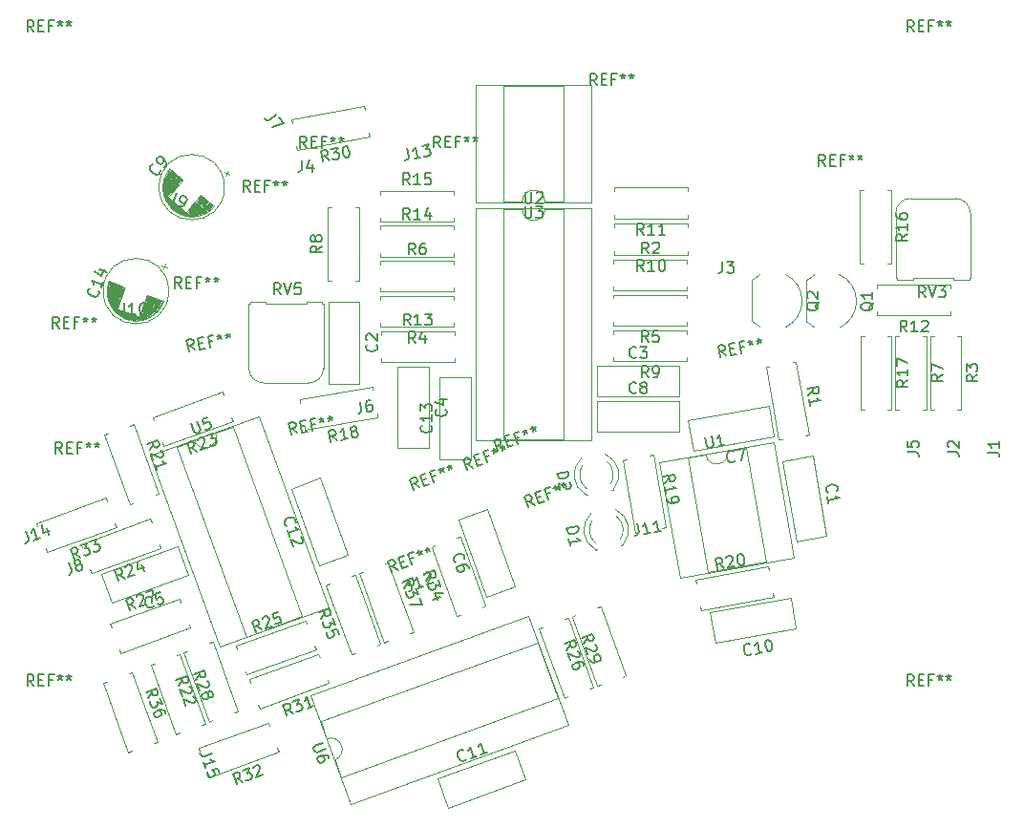
<source format=gbr>
G04 #@! TF.GenerationSoftware,KiCad,Pcbnew,(5.1.2-1)-1*
G04 #@! TF.CreationDate,2022-01-06T11:26:16-05:00*
G04 #@! TF.ProjectId,MS20_Filter_Clone,4d533230-5f46-4696-9c74-65725f436c6f,rev?*
G04 #@! TF.SameCoordinates,Original*
G04 #@! TF.FileFunction,Legend,Top*
G04 #@! TF.FilePolarity,Positive*
%FSLAX46Y46*%
G04 Gerber Fmt 4.6, Leading zero omitted, Abs format (unit mm)*
G04 Created by KiCad (PCBNEW (5.1.2-1)-1) date 2022-01-06 11:26:16*
%MOMM*%
%LPD*%
G04 APERTURE LIST*
%ADD10C,0.120000*%
%ADD11C,0.150000*%
G04 APERTURE END LIST*
D10*
X79047205Y-38134184D02*
G75*
G02X78320000Y-37610000I1122795J2324184D01*
G01*
X81268807Y-38166400D02*
G75*
G03X82770000Y-35810000I-1098807J2356400D01*
G01*
X81268807Y-33453600D02*
G75*
G02X82770000Y-35810000I-1098807J-2356400D01*
G01*
X79047205Y-33485816D02*
G75*
G03X78320000Y-34010000I1122795J-2324184D01*
G01*
X78320000Y-34010000D02*
X78320000Y-37610000D01*
X83857204Y-38164185D02*
G75*
G02X83129999Y-37640001I1122795J2324184D01*
G01*
X86078806Y-38196401D02*
G75*
G03X87579999Y-35840001I-1098807J2356400D01*
G01*
X86078806Y-33483601D02*
G75*
G02X87579999Y-35840001I-1098807J-2356400D01*
G01*
X83857204Y-33515817D02*
G75*
G03X83129999Y-34040001I1122795J-2324184D01*
G01*
X83129999Y-34040001D02*
X83129999Y-37640001D01*
X84939222Y-56649973D02*
X82240849Y-57125769D01*
X83682010Y-49519965D02*
X80983636Y-49995761D01*
X80983636Y-49995761D02*
X82240849Y-57125769D01*
X83682010Y-49519965D02*
X84939222Y-56649973D01*
X43540000Y-35890000D02*
X43540000Y-43130000D01*
X40800000Y-35890000D02*
X40800000Y-43130000D01*
X43540000Y-35890000D02*
X40800000Y-35890000D01*
X43540000Y-43130000D02*
X40800000Y-43130000D01*
X64610000Y-41560000D02*
X71850000Y-41560000D01*
X64610000Y-44300000D02*
X71850000Y-44300000D01*
X64610000Y-41560000D02*
X64610000Y-44300000D01*
X71850000Y-41560000D02*
X71850000Y-44300000D01*
X49670000Y-48870000D02*
X46930000Y-48870000D01*
X49670000Y-41630000D02*
X46930000Y-41630000D01*
X46930000Y-41630000D02*
X46930000Y-48870000D01*
X49670000Y-41630000D02*
X49670000Y-48870000D01*
X21556004Y-62599912D02*
X20618869Y-60025154D01*
X28359378Y-60123686D02*
X27422243Y-57548929D01*
X27422243Y-57548929D02*
X20618869Y-60025154D01*
X28359378Y-60123686D02*
X21556004Y-62599912D01*
X54753615Y-62031374D02*
X52277389Y-55228000D01*
X57328372Y-61094239D02*
X54852147Y-54290865D01*
X54753615Y-62031374D02*
X57328372Y-61094239D01*
X52277389Y-55228000D02*
X54852147Y-54290865D01*
X73139669Y-49104307D02*
X72663873Y-46405934D01*
X80269677Y-47847095D02*
X79793881Y-45148721D01*
X79793881Y-45148721D02*
X72663873Y-46405934D01*
X80269677Y-47847095D02*
X73139669Y-49104307D01*
X64600000Y-44680000D02*
X71840000Y-44680000D01*
X64600000Y-47420000D02*
X71840000Y-47420000D01*
X64600000Y-44680000D02*
X64600000Y-47420000D01*
X71840000Y-44680000D02*
X71840000Y-47420000D01*
X31567011Y-25726982D02*
G75*
G03X31567011Y-25726982I-2900000J0D01*
G01*
X29730563Y-28082770D02*
X28743132Y-27254217D01*
X27175471Y-25886577D02*
X26173485Y-25045811D01*
X29770830Y-28064341D02*
X28768843Y-27223575D01*
X27201182Y-25855935D02*
X26186174Y-25004242D01*
X29809564Y-28044627D02*
X28794555Y-27192933D01*
X27226894Y-25825293D02*
X26198862Y-24962672D01*
X29848298Y-28024913D02*
X28820266Y-27162292D01*
X27252605Y-25794652D02*
X26212317Y-24921746D01*
X29886266Y-28004555D02*
X28845978Y-27131650D01*
X27278317Y-25764010D02*
X26225772Y-24880820D01*
X29924234Y-27984198D02*
X28871689Y-27101008D01*
X27304028Y-25733368D02*
X26240759Y-24841179D01*
X29960671Y-27962555D02*
X28897401Y-27070366D01*
X27329740Y-25702726D02*
X26255746Y-24801538D01*
X29997107Y-27940913D02*
X28923112Y-27039724D01*
X27355451Y-25672084D02*
X26271499Y-24762540D01*
X30032777Y-27918627D02*
X28948824Y-27009083D01*
X27381163Y-25641443D02*
X26287252Y-24723542D01*
X30068447Y-27896342D02*
X28974535Y-26978441D01*
X27406875Y-25610801D02*
X26303771Y-24685187D01*
X30103351Y-27873413D02*
X29000247Y-26947799D01*
X27433229Y-25579393D02*
X26321698Y-24646708D01*
X30643405Y-27385374D02*
X29463697Y-26395481D01*
X27844613Y-25089125D02*
X26664904Y-24099232D01*
X31972805Y-24668490D02*
X31589782Y-24347097D01*
X31941990Y-24316282D02*
X31620597Y-24699305D01*
X27212677Y-27902015D02*
X26777563Y-27536912D01*
X27417643Y-28021786D02*
X26624021Y-27355858D01*
X27565155Y-28093347D02*
X26527931Y-27223013D01*
X27688920Y-28144982D02*
X26455589Y-27110094D01*
X27798897Y-28185047D02*
X26397035Y-27008746D01*
X27898148Y-28216113D02*
X26349207Y-26916396D01*
X27990506Y-28241394D02*
X26308272Y-26829832D01*
X28077501Y-28262175D02*
X26272700Y-26747767D01*
X28159134Y-28278457D02*
X26242490Y-26670202D01*
X28236936Y-28291524D02*
X26216111Y-26595851D01*
X28311675Y-28302021D02*
X26192796Y-26524071D01*
X28383349Y-28309947D02*
X26172544Y-26454861D01*
X28452725Y-28315944D02*
X26154591Y-26387581D01*
X28519803Y-28320012D02*
X26138937Y-26322228D01*
X28584582Y-28322153D02*
X26125580Y-26258805D01*
X26584106Y-26591338D02*
X26114521Y-26197309D01*
X28647064Y-28322365D02*
X28177479Y-27928336D01*
X26609818Y-26560696D02*
X26104995Y-26137099D01*
X28708014Y-28321291D02*
X28203190Y-27897694D01*
X26635529Y-26530054D02*
X26097000Y-26078175D01*
X28767431Y-28318932D02*
X28228902Y-27867052D01*
X26661241Y-26499412D02*
X26090538Y-26020536D01*
X28825316Y-28315287D02*
X28254613Y-27836411D01*
X26686952Y-26468771D02*
X26084841Y-25963540D01*
X28882436Y-28311000D02*
X28280325Y-27805769D01*
X26712664Y-26438129D02*
X26081443Y-25908472D01*
X28937257Y-28304784D02*
X28306036Y-27775127D01*
X26738375Y-26407487D02*
X26078811Y-25854047D01*
X28991312Y-28297925D02*
X28331748Y-27744485D01*
X26764087Y-26376845D02*
X26076945Y-25800265D01*
X29044601Y-28290424D02*
X28357459Y-27713844D01*
X26789798Y-26346204D02*
X26076611Y-25747768D01*
X29096358Y-28281637D02*
X28383171Y-27683202D01*
X26815510Y-26315562D02*
X26077043Y-25695915D01*
X29147349Y-28272207D02*
X28408882Y-27652560D01*
X30138132Y-27849076D02*
X29026601Y-26916391D01*
X27458940Y-25548751D02*
X26339749Y-24609639D01*
X30171504Y-27824862D02*
X29052313Y-26885750D01*
X27484652Y-25518109D02*
X26357800Y-24572569D01*
X30204876Y-27800648D02*
X29078024Y-26855108D01*
X27510363Y-25487468D02*
X26376618Y-24536142D01*
X30237482Y-27775792D02*
X29103736Y-26824466D01*
X27536075Y-25456826D02*
X26396201Y-24500358D01*
X27870324Y-25058483D02*
X26690616Y-24068590D01*
X26841221Y-26284920D02*
X26079007Y-25645346D01*
X29196808Y-28261492D02*
X28434594Y-27621918D01*
X26866933Y-26254278D02*
X26081737Y-25595421D01*
X29245501Y-28250134D02*
X28460305Y-27591276D01*
X26892644Y-26223636D02*
X26084468Y-25545496D01*
X29294194Y-28238776D02*
X28486017Y-27560635D01*
X26918356Y-26192995D02*
X26089496Y-25497498D01*
X29340588Y-28225489D02*
X28511728Y-27529993D01*
X26944067Y-26162353D02*
X26094524Y-25449501D01*
X27818901Y-25119766D02*
X26639959Y-24130516D01*
X30591216Y-27446015D02*
X29412274Y-26456765D01*
X30617694Y-27416016D02*
X29437985Y-26426123D01*
X29386983Y-28212203D02*
X28537440Y-27499351D01*
X26969779Y-26131711D02*
X26100318Y-25402147D01*
X29432612Y-28198273D02*
X28563151Y-27468709D01*
X26995490Y-26101069D02*
X26106879Y-25355436D01*
X29477474Y-28183701D02*
X28588863Y-27438068D01*
X27021202Y-26070428D02*
X26114205Y-25309367D01*
X29521571Y-28168486D02*
X28614574Y-27407426D01*
X27046913Y-26039786D02*
X26122298Y-25263941D01*
X29564902Y-28152629D02*
X28640286Y-27376784D01*
X27072625Y-26009144D02*
X26131922Y-25219801D01*
X29606700Y-28135485D02*
X28665997Y-27346142D01*
X27098336Y-25978502D02*
X26140781Y-25175018D01*
X29649264Y-28118985D02*
X28691709Y-27315500D01*
X27124048Y-25947860D02*
X26151172Y-25131520D01*
X29690297Y-28101199D02*
X28717420Y-27284859D01*
X27149759Y-25917219D02*
X26162328Y-25088665D01*
X30269321Y-27750292D02*
X29129447Y-26793824D01*
X27561786Y-25426184D02*
X26415784Y-24464574D01*
X30301161Y-27724793D02*
X29155159Y-26763182D01*
X27587498Y-25395542D02*
X26436133Y-24429433D01*
X30332235Y-27698650D02*
X29180870Y-26732541D01*
X27613209Y-25364901D02*
X26456482Y-24394291D01*
X30363309Y-27672508D02*
X29206582Y-26701899D01*
X27638921Y-25334259D02*
X26477597Y-24359793D01*
X30393617Y-27645723D02*
X29232293Y-26671257D01*
X27664632Y-25303617D02*
X26499479Y-24325937D01*
X30423158Y-27618295D02*
X29258005Y-26640615D01*
X27690344Y-25272975D02*
X26522126Y-24292724D01*
X30451934Y-27590225D02*
X29283716Y-26609974D01*
X27716055Y-25242333D02*
X26544773Y-24259511D01*
X30480710Y-27562154D02*
X29309428Y-26579332D01*
X27741767Y-25211692D02*
X26567421Y-24226298D01*
X30509485Y-27534083D02*
X29335139Y-26548690D01*
X27767478Y-25181050D02*
X26590834Y-24193728D01*
X30537495Y-27505370D02*
X29360851Y-26518048D01*
X27793190Y-25150408D02*
X26615014Y-24161801D01*
X30564739Y-27476014D02*
X29386562Y-26487406D01*
X75083117Y-66115267D02*
X74607321Y-63416894D01*
X82213125Y-64858055D02*
X81737329Y-62159681D01*
X81737329Y-62159681D02*
X74607321Y-63416894D01*
X82213125Y-64858055D02*
X75083117Y-66115267D01*
X50471202Y-78158638D02*
X57274576Y-75682412D01*
X51408337Y-80733395D02*
X58211711Y-78257170D01*
X50471202Y-78158638D02*
X51408337Y-80733395D01*
X57274576Y-75682412D02*
X58211711Y-78257170D01*
X37462860Y-52447161D02*
X40037618Y-51510026D01*
X39939086Y-59250535D02*
X42513843Y-58313400D01*
X42513843Y-58313400D02*
X40037618Y-51510026D01*
X39939086Y-59250535D02*
X37462860Y-52447161D01*
X50630000Y-49840000D02*
X50630000Y-42600000D01*
X53370000Y-49840000D02*
X53370000Y-42600000D01*
X50630000Y-49840000D02*
X53370000Y-49840000D01*
X50630000Y-42600000D02*
X53370000Y-42600000D01*
X26099331Y-35939098D02*
X24654084Y-35413071D01*
X22699523Y-34701669D02*
X21254276Y-34175642D01*
X26083771Y-35976001D02*
X24640403Y-35450658D01*
X22685842Y-34739256D02*
X21242474Y-34213913D01*
X26067271Y-36012563D02*
X24626722Y-35488246D01*
X22672162Y-34776844D02*
X21231613Y-34252527D01*
X26049831Y-36048782D02*
X24613041Y-35525834D01*
X22658481Y-34814432D02*
X21221691Y-34291483D01*
X26032392Y-36085002D02*
X24599361Y-35563421D01*
X22644800Y-34852019D02*
X21211769Y-34330439D01*
X26014952Y-36121222D02*
X24585680Y-35601009D01*
X22631119Y-34889607D02*
X21201847Y-34369395D01*
X25996573Y-36157099D02*
X24571999Y-35638597D01*
X22617438Y-34927195D02*
X21192864Y-34408692D01*
X25977254Y-36192635D02*
X24558318Y-35676184D01*
X22603757Y-34964783D02*
X21184822Y-34448332D01*
X25956995Y-36227828D02*
X24544637Y-35713772D01*
X22590077Y-35002370D02*
X21177719Y-34488314D01*
X25936737Y-36263022D02*
X24530957Y-35751360D01*
X22576396Y-35039958D02*
X21170616Y-34528296D01*
X25915538Y-36297874D02*
X24517276Y-35788948D01*
X22357161Y-35642301D02*
X21145897Y-35201437D01*
X25491450Y-36825656D02*
X24298041Y-36391291D01*
X22343480Y-35679889D02*
X21150071Y-35245523D01*
X25458976Y-36856403D02*
X24284360Y-36428878D01*
X22329799Y-35717476D02*
X21155184Y-35289951D01*
X25424622Y-36886467D02*
X24270679Y-36466466D01*
X22316119Y-35755064D02*
X21162176Y-35335063D01*
X25391207Y-36916872D02*
X24256998Y-36504054D01*
X22302438Y-35792652D02*
X21168229Y-35379833D01*
X25355914Y-36946593D02*
X24243318Y-36541641D01*
X22288757Y-35830239D02*
X21176161Y-35425288D01*
X25319680Y-36975972D02*
X24229637Y-36579229D01*
X22275076Y-35867827D02*
X21185033Y-35471084D01*
X25282507Y-37005010D02*
X24215956Y-36616817D01*
X22261395Y-35905415D02*
X21194844Y-35517222D01*
X25244394Y-37033705D02*
X24202275Y-36654404D01*
X26128572Y-35864606D02*
X24681445Y-35337895D01*
X26113952Y-35901852D02*
X24667765Y-35375483D01*
X22713204Y-34664081D02*
X21267017Y-34137712D01*
X22247715Y-35943003D02*
X21205595Y-35563702D01*
X25205342Y-37062058D02*
X24188594Y-36691992D01*
X22234034Y-35980590D02*
X21217286Y-35610525D01*
X25166289Y-37090411D02*
X24174914Y-36729580D01*
X22220353Y-36018178D02*
X21228977Y-35657347D01*
X25124418Y-37117738D02*
X24161233Y-36767168D01*
X22206672Y-36055766D02*
X21243487Y-35705195D01*
X25082546Y-37145065D02*
X24147552Y-36804755D01*
X22192991Y-36093353D02*
X21257997Y-35753043D01*
X22740566Y-34588906D02*
X21293439Y-34062195D01*
X22562715Y-35077546D02*
X21164452Y-34568620D01*
X25894340Y-36332725D02*
X24503595Y-35826535D01*
X22549034Y-35115133D02*
X21158289Y-34608944D01*
X25872202Y-36367235D02*
X24489914Y-35864123D01*
X22535353Y-35152721D02*
X21153066Y-34649609D01*
X25849124Y-36401402D02*
X24476233Y-35901711D01*
X22521673Y-35190309D02*
X21148782Y-34690617D01*
X25826047Y-36435570D02*
X24462553Y-35939298D01*
X25039735Y-37172050D02*
X24133871Y-36842343D01*
X22179310Y-36130941D02*
X21273447Y-35801234D01*
X24995044Y-37198351D02*
X24120190Y-36879931D01*
X22165630Y-36168529D02*
X21290776Y-35850108D01*
X24949414Y-37224311D02*
X24106510Y-36917518D01*
X22151949Y-36206117D02*
X21309045Y-35899324D01*
X24901904Y-37249585D02*
X24092829Y-36955106D01*
X22138268Y-36243704D02*
X21329193Y-35949225D01*
X24853455Y-37274518D02*
X24079148Y-36992694D01*
X22124587Y-36281292D02*
X21350281Y-35999467D01*
X24804066Y-37299109D02*
X24065467Y-37030282D01*
X22110906Y-36318880D02*
X21372308Y-36050052D01*
X24751857Y-37322674D02*
X24051786Y-37067869D01*
X22097226Y-36356467D02*
X21397155Y-36101662D01*
X24698709Y-37345897D02*
X24038106Y-37105457D01*
X22083545Y-36394055D02*
X21422941Y-36153615D01*
X24643682Y-37368436D02*
X24024425Y-37143045D01*
X22069864Y-36431643D02*
X21450607Y-36206251D01*
X24586775Y-37390291D02*
X24010744Y-37180632D01*
X22056183Y-36469230D02*
X21480152Y-36259572D01*
X24527989Y-37411461D02*
X21511576Y-36313577D01*
X24466384Y-37431606D02*
X21545820Y-36368608D01*
X24401960Y-37450725D02*
X21582882Y-36424664D01*
X24334717Y-37468817D02*
X21622764Y-36481747D01*
X24264654Y-37485884D02*
X21665465Y-36539856D01*
X24190833Y-37501582D02*
X21711924Y-36599333D01*
X24113253Y-37515913D02*
X21762142Y-36660178D01*
X24030975Y-37528533D02*
X21817059Y-36722733D01*
X23942119Y-37538759D02*
X21878554Y-36787683D01*
X23846685Y-37546591D02*
X21946626Y-36855026D01*
X23742793Y-37551345D02*
X22023156Y-36925448D01*
X23625746Y-37551310D02*
X22112841Y-37000658D01*
X23491785Y-37545119D02*
X22219441Y-37082024D01*
X23328693Y-37528326D02*
X22355172Y-37173993D01*
X23095124Y-37485881D02*
X22561379Y-37291613D01*
X26312833Y-32498873D02*
X26141823Y-32968720D01*
X26462251Y-32819302D02*
X25992404Y-32648292D01*
X22726885Y-34626493D02*
X21279758Y-34099782D01*
X26142253Y-35827018D02*
X24695126Y-35300307D01*
X22507992Y-35227897D02*
X21144498Y-34731625D01*
X25801687Y-36470335D02*
X24448530Y-35977826D01*
X22493969Y-35266424D02*
X21140812Y-34773915D01*
X25776730Y-36503818D02*
X24434849Y-36015414D01*
X22480288Y-35304012D02*
X21138407Y-34815607D01*
X25750833Y-36536960D02*
X24421168Y-36053001D01*
X22466607Y-35341599D02*
X21136942Y-34857641D01*
X25724936Y-36570101D02*
X24407487Y-36090589D01*
X22452927Y-35379187D02*
X21135478Y-34899675D01*
X25698100Y-36602901D02*
X24393806Y-36128177D01*
X22439246Y-35416775D02*
X21134952Y-34942051D01*
X25671263Y-36635700D02*
X24380126Y-36165764D01*
X22425565Y-35454362D02*
X21134427Y-34984427D01*
X25642547Y-36667815D02*
X24366445Y-36203352D01*
X22411884Y-35491950D02*
X21135782Y-35027487D01*
X25613832Y-36699931D02*
X24352764Y-36240940D01*
X22398203Y-35529538D02*
X21137136Y-35070547D01*
X25584176Y-36731704D02*
X24339083Y-36278527D01*
X22384523Y-35567126D02*
X21139430Y-35113949D01*
X25554520Y-36763478D02*
X24325402Y-36316115D01*
X22370842Y-35604713D02*
X21141724Y-35157351D01*
X25522985Y-36794567D02*
X24311722Y-36353703D01*
X26617847Y-34944606D02*
G75*
G03X26617847Y-34944606I-2900001J0D01*
G01*
X64046833Y-54655259D02*
G75*
G03X64453598Y-57865734I1352620J-1459630D01*
G01*
X66171277Y-54280662D02*
G75*
G02X66887090Y-57436644I-771824J-1834227D01*
G01*
X64155230Y-55277087D02*
G75*
G03X64516621Y-57327576I1244223J-837802D01*
G01*
X66282095Y-54902065D02*
G75*
G02X66643806Y-56952496I-882642J-1212824D01*
G01*
X64453122Y-57865818D02*
X64606752Y-57838729D01*
X66733936Y-57463649D02*
X66887566Y-57436560D01*
X65872641Y-52579003D02*
X66026271Y-52551914D01*
X63591827Y-52981172D02*
X63745457Y-52954083D01*
X65420800Y-50017419D02*
G75*
G02X65782511Y-52067850I-882642J-1212824D01*
G01*
X63293935Y-50392441D02*
G75*
G03X63655326Y-52442930I1244223J-837802D01*
G01*
X65309982Y-49396016D02*
G75*
G02X66025795Y-52551998I-771824J-1834227D01*
G01*
X63185538Y-49770613D02*
G75*
G03X63592303Y-52981088I1352620J-1459630D01*
G01*
X81911127Y-41262018D02*
X82236114Y-41204714D01*
X82236114Y-41204714D02*
X83371773Y-47645357D01*
X83371773Y-47645357D02*
X83046786Y-47702661D01*
X79862727Y-41623206D02*
X79537740Y-41680510D01*
X79537740Y-41680510D02*
X80673399Y-48121153D01*
X80673399Y-48121153D02*
X80998386Y-48063849D01*
X66040000Y-32490000D02*
X66040000Y-32160000D01*
X66040000Y-32160000D02*
X72580000Y-32160000D01*
X72580000Y-32160000D02*
X72580000Y-32490000D01*
X66040000Y-34570000D02*
X66040000Y-34900000D01*
X66040000Y-34900000D02*
X72580000Y-34900000D01*
X72580000Y-34900000D02*
X72580000Y-34570000D01*
X96530000Y-38930001D02*
X96860000Y-38930001D01*
X96860000Y-38930001D02*
X96860000Y-45470001D01*
X96860000Y-45470001D02*
X96530000Y-45470001D01*
X94450000Y-38930001D02*
X94120000Y-38930001D01*
X94120000Y-38930001D02*
X94120000Y-45470001D01*
X94120000Y-45470001D02*
X94450000Y-45470001D01*
X45380000Y-35350000D02*
X45380000Y-35680000D01*
X51920000Y-35350000D02*
X45380000Y-35350000D01*
X51920000Y-35680000D02*
X51920000Y-35350000D01*
X45380000Y-38090000D02*
X45380000Y-37760000D01*
X51920000Y-38090000D02*
X45380000Y-38090000D01*
X51920000Y-37760000D02*
X51920000Y-38090000D01*
X66030000Y-35260000D02*
X66030000Y-35590000D01*
X72570000Y-35260000D02*
X66030000Y-35260000D01*
X72570000Y-35590000D02*
X72570000Y-35260000D01*
X66030000Y-38000000D02*
X66030000Y-37670000D01*
X72570000Y-38000000D02*
X66030000Y-38000000D01*
X72570000Y-37670000D02*
X72570000Y-38000000D01*
X51910000Y-34980000D02*
X51910000Y-34650000D01*
X45370000Y-34980000D02*
X51910000Y-34980000D01*
X45370000Y-34650000D02*
X45370000Y-34980000D01*
X51910000Y-32240000D02*
X51910000Y-32570000D01*
X45370000Y-32240000D02*
X51910000Y-32240000D01*
X45370000Y-32570000D02*
X45370000Y-32240000D01*
X91030000Y-45460001D02*
X91360000Y-45460001D01*
X91030000Y-38920001D02*
X91030000Y-45460001D01*
X91360000Y-38920001D02*
X91030000Y-38920001D01*
X93770000Y-45460001D02*
X93440000Y-45460001D01*
X93770000Y-38920001D02*
X93770000Y-45460001D01*
X93440000Y-38920001D02*
X93770000Y-38920001D01*
X41080000Y-34050000D02*
X40750000Y-34050000D01*
X40750000Y-34050000D02*
X40750000Y-27510000D01*
X40750000Y-27510000D02*
X41080000Y-27510000D01*
X43160000Y-34050000D02*
X43490000Y-34050000D01*
X43490000Y-34050000D02*
X43490000Y-27510000D01*
X43490000Y-27510000D02*
X43160000Y-27510000D01*
X72570000Y-40810000D02*
X72570000Y-41140000D01*
X72570000Y-41140000D02*
X66030000Y-41140000D01*
X66030000Y-41140000D02*
X66030000Y-40810000D01*
X72570000Y-38730000D02*
X72570000Y-38400000D01*
X72570000Y-38400000D02*
X66030000Y-38400000D01*
X66030000Y-38400000D02*
X66030000Y-38730000D01*
X66090000Y-28970000D02*
X66090000Y-29300000D01*
X72630000Y-28970000D02*
X66090000Y-28970000D01*
X72630000Y-29300000D02*
X72630000Y-28970000D01*
X66090000Y-31710000D02*
X66090000Y-31380000D01*
X72630000Y-31710000D02*
X66090000Y-31710000D01*
X72630000Y-31380000D02*
X72630000Y-31710000D01*
X72640000Y-28160000D02*
X72640000Y-28490000D01*
X72640000Y-28490000D02*
X66100000Y-28490000D01*
X66100000Y-28490000D02*
X66100000Y-28160000D01*
X72640000Y-26080000D02*
X72640000Y-25750000D01*
X72640000Y-25750000D02*
X66100000Y-25750000D01*
X66100000Y-25750000D02*
X66100000Y-26080000D01*
X95950001Y-36760000D02*
X95950001Y-37090000D01*
X95950001Y-37090000D02*
X89410001Y-37090000D01*
X89410001Y-37090000D02*
X89410001Y-36760000D01*
X95950001Y-34680000D02*
X95950001Y-34350000D01*
X95950001Y-34350000D02*
X89410001Y-34350000D01*
X89410001Y-34350000D02*
X89410001Y-34680000D01*
X45410000Y-38830000D02*
X45410000Y-38500000D01*
X45410000Y-38500000D02*
X51950000Y-38500000D01*
X51950000Y-38500000D02*
X51950000Y-38830000D01*
X45410000Y-40910000D02*
X45410000Y-41240000D01*
X45410000Y-41240000D02*
X51950000Y-41240000D01*
X51950000Y-41240000D02*
X51950000Y-40910000D01*
X51900000Y-31870000D02*
X51900000Y-31540000D01*
X45360000Y-31870000D02*
X51900000Y-31870000D01*
X45360000Y-31540000D02*
X45360000Y-31870000D01*
X51900000Y-29130000D02*
X51900000Y-29460000D01*
X45360000Y-29130000D02*
X51900000Y-29130000D01*
X45360000Y-29460000D02*
X45360000Y-29130000D01*
X45350000Y-26380000D02*
X45350000Y-26050000D01*
X45350000Y-26050000D02*
X51890000Y-26050000D01*
X51890000Y-26050000D02*
X51890000Y-26380000D01*
X45350000Y-28460000D02*
X45350000Y-28790000D01*
X45350000Y-28790000D02*
X51890000Y-28790000D01*
X51890000Y-28790000D02*
X51890000Y-28460000D01*
X87890000Y-32540000D02*
X88220000Y-32540000D01*
X87890000Y-26000000D02*
X87890000Y-32540000D01*
X88220000Y-26000000D02*
X87890000Y-26000000D01*
X90630000Y-32540000D02*
X90300000Y-32540000D01*
X90630000Y-26000000D02*
X90630000Y-32540000D01*
X90300000Y-26000000D02*
X90630000Y-26000000D01*
X90349997Y-38920000D02*
X90679997Y-38920000D01*
X90679997Y-38920000D02*
X90679997Y-45460000D01*
X90679997Y-45460000D02*
X90349997Y-45460000D01*
X88269997Y-38920000D02*
X87939997Y-38920000D01*
X87939997Y-38920000D02*
X87939997Y-45460000D01*
X87939997Y-45460000D02*
X88269997Y-45460000D01*
X38229663Y-44530242D02*
X38286967Y-44855229D01*
X44670306Y-43394583D02*
X38229663Y-44530242D01*
X44727610Y-43719570D02*
X44670306Y-43394583D01*
X38705459Y-47228616D02*
X38648155Y-46903629D01*
X45146102Y-46092957D02*
X38705459Y-47228616D01*
X45088798Y-45767970D02*
X45146102Y-46092957D01*
X67994610Y-56378246D02*
X68319597Y-56320942D01*
X66858951Y-49937603D02*
X67994610Y-56378246D01*
X67183938Y-49880299D02*
X66858951Y-49937603D01*
X70692984Y-55902450D02*
X70367997Y-55959754D01*
X69557325Y-49461807D02*
X70692984Y-55902450D01*
X69232338Y-49519111D02*
X69557325Y-49461807D01*
X73381335Y-60840645D02*
X73324031Y-60515658D01*
X73324031Y-60515658D02*
X79764674Y-59379999D01*
X79764674Y-59379999D02*
X79821978Y-59704986D01*
X73742523Y-62889045D02*
X73799827Y-63214032D01*
X73799827Y-63214032D02*
X80240470Y-62078373D01*
X80240470Y-62078373D02*
X80183166Y-61753386D01*
X23167303Y-53840562D02*
X23477401Y-53727696D01*
X20930491Y-47694973D02*
X23167303Y-53840562D01*
X21240590Y-47582106D02*
X20930491Y-47694973D01*
X25742061Y-52903427D02*
X25431962Y-53016294D01*
X23505249Y-46757837D02*
X25742061Y-52903427D01*
X23195150Y-46870704D02*
X23505249Y-46757837D01*
X30492236Y-73000791D02*
X30182137Y-73113658D01*
X30182137Y-73113658D02*
X27945325Y-66968068D01*
X27945325Y-66968068D02*
X28255424Y-66855201D01*
X32446796Y-72289389D02*
X32756895Y-72176522D01*
X32756895Y-72176522D02*
X30520083Y-66030933D01*
X30520083Y-66030933D02*
X30209985Y-66143799D01*
X32193882Y-46128176D02*
X32306749Y-46438275D01*
X32306749Y-46438275D02*
X26161159Y-48675087D01*
X26161159Y-48675087D02*
X26048292Y-48364988D01*
X31482480Y-44173616D02*
X31369613Y-43863517D01*
X31369613Y-43863517D02*
X25224024Y-46100329D01*
X25224024Y-46100329D02*
X25336890Y-46410427D01*
X18831624Y-57366067D02*
X18944490Y-57676165D01*
X24977213Y-55129255D02*
X18831624Y-57366067D01*
X25090080Y-55439354D02*
X24977213Y-55129255D01*
X19768759Y-59940825D02*
X19655892Y-59630726D01*
X25914349Y-57704013D02*
X19768759Y-59940825D01*
X25801482Y-57393914D02*
X25914349Y-57704013D01*
X32695471Y-66686439D02*
X32582604Y-66376340D01*
X32582604Y-66376340D02*
X38728194Y-64139528D01*
X38728194Y-64139528D02*
X38841061Y-64449627D01*
X33406873Y-68640999D02*
X33519740Y-68951098D01*
X33519740Y-68951098D02*
X39665329Y-66714286D01*
X39665329Y-66714286D02*
X39552463Y-66404188D01*
X64921571Y-62863938D02*
X64611473Y-62976804D01*
X67158383Y-69009527D02*
X64921571Y-62863938D01*
X66848284Y-69122394D02*
X67158383Y-69009527D01*
X62346813Y-63801073D02*
X62656912Y-63688206D01*
X64583625Y-69946663D02*
X62346813Y-63801073D01*
X64893724Y-69833796D02*
X64583625Y-69946663D01*
X28515394Y-64791850D02*
X28402528Y-64481752D01*
X22369805Y-67028662D02*
X28515394Y-64791850D01*
X22256938Y-66718563D02*
X22369805Y-67028662D01*
X27578259Y-62217092D02*
X27691126Y-62527191D01*
X21432669Y-64453904D02*
X27578259Y-62217092D01*
X21545536Y-64764003D02*
X21432669Y-64453904D01*
X27273373Y-74214928D02*
X27583471Y-74102062D01*
X25036561Y-68069339D02*
X27273373Y-74214928D01*
X25346660Y-67956472D02*
X25036561Y-68069339D01*
X29848131Y-73277793D02*
X29538032Y-73390660D01*
X27611319Y-67132203D02*
X29848131Y-73277793D01*
X27301220Y-67245070D02*
X27611319Y-67132203D01*
X61667157Y-70997528D02*
X61977255Y-70884662D01*
X59430345Y-64851939D02*
X61667157Y-70997528D01*
X59740444Y-64739072D02*
X59430345Y-64851939D01*
X64241915Y-70060393D02*
X63931816Y-70173260D01*
X62005103Y-63914803D02*
X64241915Y-70060393D01*
X61695004Y-64027670D02*
X62005103Y-63914803D01*
X44380004Y-20939714D02*
X44437308Y-21264701D01*
X44437308Y-21264701D02*
X37996665Y-22400360D01*
X37996665Y-22400360D02*
X37939361Y-22075373D01*
X44018816Y-18891314D02*
X43961512Y-18566327D01*
X43961512Y-18566327D02*
X37520869Y-19701986D01*
X37520869Y-19701986D02*
X37578173Y-20026973D01*
X40709285Y-69377865D02*
X40822152Y-69687964D01*
X40822152Y-69687964D02*
X34676562Y-71924776D01*
X34676562Y-71924776D02*
X34563695Y-71614677D01*
X39997883Y-67423305D02*
X39885016Y-67113206D01*
X39885016Y-67113206D02*
X33739427Y-69350018D01*
X33739427Y-69350018D02*
X33852293Y-69660116D01*
X36253897Y-75469041D02*
X36366764Y-75779140D01*
X36366764Y-75779140D02*
X30221174Y-78015952D01*
X30221174Y-78015952D02*
X30108307Y-77705853D01*
X35542495Y-73514481D02*
X35429628Y-73204382D01*
X35429628Y-73204382D02*
X29284039Y-75441194D01*
X29284039Y-75441194D02*
X29396905Y-75751292D01*
X14895902Y-55499601D02*
X15008768Y-55809699D01*
X21041491Y-53262789D02*
X14895902Y-55499601D01*
X21154358Y-53572888D02*
X21041491Y-53262789D01*
X15833037Y-58074359D02*
X15720170Y-57764260D01*
X21978627Y-55837547D02*
X15833037Y-58074359D01*
X21865760Y-55527448D02*
X21978627Y-55837547D01*
X52482012Y-56696581D02*
X52171914Y-56809447D01*
X54718824Y-62842170D02*
X52482012Y-56696581D01*
X54408725Y-62955037D02*
X54718824Y-62842170D01*
X49907254Y-57633716D02*
X50217353Y-57520849D01*
X52144066Y-63779306D02*
X49907254Y-57633716D01*
X52454165Y-63666439D02*
X52144066Y-63779306D01*
X43153421Y-60070627D02*
X42843323Y-60183493D01*
X45390233Y-66216216D02*
X43153421Y-60070627D01*
X45080134Y-66329083D02*
X45390233Y-66216216D01*
X40578663Y-61007762D02*
X40888762Y-60894895D01*
X42815475Y-67153352D02*
X40578663Y-61007762D01*
X43125574Y-67040485D02*
X42815475Y-67153352D01*
X23069581Y-68854271D02*
X23379680Y-68741404D01*
X23379680Y-68741404D02*
X25616492Y-74886994D01*
X25616492Y-74886994D02*
X25306393Y-74999861D01*
X21115021Y-69565673D02*
X20804922Y-69678540D01*
X20804922Y-69678540D02*
X23041734Y-75824129D01*
X23041734Y-75824129D02*
X23351832Y-75711263D01*
X45762346Y-59110414D02*
X46072445Y-58997547D01*
X46072445Y-58997547D02*
X48309257Y-65143137D01*
X48309257Y-65143137D02*
X47999158Y-65256004D01*
X43807786Y-59821816D02*
X43497687Y-59934683D01*
X43497687Y-59934683D02*
X45734499Y-66080272D01*
X45734499Y-66080272D02*
X46044597Y-65967406D01*
X93860000Y-26730001D02*
X94880000Y-26730001D01*
X97680000Y-33500001D02*
X97680000Y-31580001D01*
X91060000Y-33060001D02*
X91060000Y-32020001D01*
X97580000Y-33950001D02*
X96160000Y-33950001D01*
X96160000Y-33750001D02*
X92580000Y-33750001D01*
X92580000Y-33750001D02*
X92580000Y-33950001D01*
X92580000Y-33950001D02*
X91160000Y-33950001D01*
X91160000Y-33950001D02*
X91160000Y-33750001D01*
X94880000Y-26730001D02*
X96370000Y-26730001D01*
X97680000Y-28040001D02*
X97680000Y-31580001D01*
X91060000Y-32020001D02*
X91060000Y-28040001D01*
X92370000Y-26730001D02*
X93860000Y-26730001D01*
X96370000Y-26730001D02*
G75*
G02X97680000Y-28040001I0J-1310000D01*
G01*
X91060000Y-28040001D02*
G75*
G02X92370000Y-26730001I1310000J0D01*
G01*
X96160000Y-33750001D02*
X96160000Y-33950001D01*
X97580000Y-33950001D02*
X97580000Y-33750001D01*
X97580000Y-33750001D02*
X97680000Y-33750001D01*
X97680000Y-33750001D02*
X97680000Y-33500001D01*
X91160000Y-33750001D02*
X91060000Y-33750001D01*
X91060000Y-33750001D02*
X91060000Y-33060001D01*
X40340000Y-36070000D02*
X40340000Y-36760000D01*
X40240000Y-36070000D02*
X40340000Y-36070000D01*
X33720000Y-36070000D02*
X33720000Y-36320000D01*
X33820000Y-36070000D02*
X33720000Y-36070000D01*
X33820000Y-35870000D02*
X33820000Y-36070000D01*
X35240000Y-36070000D02*
X35240000Y-35870000D01*
X40340000Y-41780000D02*
G75*
G02X39030000Y-43090000I-1310000J0D01*
G01*
X35030000Y-43090000D02*
G75*
G02X33720000Y-41780000I0J1310000D01*
G01*
X39030000Y-43090000D02*
X37540000Y-43090000D01*
X40340000Y-37800000D02*
X40340000Y-41780000D01*
X33720000Y-41780000D02*
X33720000Y-38240000D01*
X36520000Y-43090000D02*
X35030000Y-43090000D01*
X40240000Y-35870000D02*
X40240000Y-36070000D01*
X38820000Y-35870000D02*
X40240000Y-35870000D01*
X38820000Y-36070000D02*
X38820000Y-35870000D01*
X35240000Y-36070000D02*
X38820000Y-36070000D01*
X33820000Y-35870000D02*
X35240000Y-35870000D01*
X40340000Y-36760000D02*
X40340000Y-37800000D01*
X33720000Y-36320000D02*
X33720000Y-38240000D01*
X37540000Y-43090000D02*
X36520000Y-43090000D01*
X76184389Y-49095465D02*
G75*
G02X74214775Y-49442761I-984807J-173648D01*
G01*
X74214775Y-49442761D02*
X72589842Y-49729281D01*
X72589842Y-49729281D02*
X74374945Y-59853105D01*
X74374945Y-59853105D02*
X79594426Y-58932769D01*
X79594426Y-58932769D02*
X77809323Y-48808945D01*
X77809323Y-48808945D02*
X76184390Y-49095465D01*
X70127252Y-50102576D02*
X71933193Y-60344577D01*
X71933193Y-60344577D02*
X82057016Y-58559474D01*
X82057016Y-58559474D02*
X80251075Y-48317473D01*
X80251075Y-48317473D02*
X70127252Y-50102576D01*
X64110000Y-27620000D02*
X53830000Y-27620000D01*
X64110000Y-48180000D02*
X64110000Y-27620000D01*
X53830000Y-48180000D02*
X64110000Y-48180000D01*
X53830000Y-27620000D02*
X53830000Y-48180000D01*
X61620000Y-27680000D02*
X59970000Y-27680000D01*
X61620000Y-48120000D02*
X61620000Y-27680000D01*
X56320000Y-48120000D02*
X61620000Y-48120000D01*
X56320000Y-27680000D02*
X56320000Y-48120000D01*
X57970000Y-27680000D02*
X56320000Y-27680000D01*
X59970000Y-27680000D02*
G75*
G02X57970000Y-27680000I-1000000J0D01*
G01*
X53820000Y-27060000D02*
X64100000Y-27060000D01*
X53820000Y-16660000D02*
X53820000Y-27060000D01*
X64100000Y-16660000D02*
X53820000Y-16660000D01*
X64100000Y-27060000D02*
X64100000Y-16660000D01*
X56310000Y-27000000D02*
X57960000Y-27000000D01*
X56310000Y-16720000D02*
X56310000Y-27000000D01*
X61610000Y-16720000D02*
X56310000Y-16720000D01*
X61610000Y-27000000D02*
X61610000Y-16720000D01*
X59960000Y-27000000D02*
X61610000Y-27000000D01*
X57960000Y-27000000D02*
G75*
G02X59960000Y-27000000I1000000J0D01*
G01*
X30782892Y-47514362D02*
G75*
G02X28903506Y-48198402I-939693J-342020D01*
G01*
X28903506Y-48198402D02*
X27353014Y-48762735D01*
X27353014Y-48762735D02*
X33475174Y-65583233D01*
X33475174Y-65583233D02*
X38455545Y-63770527D01*
X38455545Y-63770527D02*
X32333385Y-46950029D01*
X32333385Y-46950029D02*
X30782892Y-47514362D01*
X24992658Y-49557984D02*
X31155861Y-66491245D01*
X31155861Y-66491245D02*
X40815901Y-62975278D01*
X40815901Y-62975278D02*
X34652698Y-46042017D01*
X34652698Y-46042017D02*
X24992658Y-49557984D01*
X40662990Y-74630470D02*
G75*
G02X41347030Y-76509856I342020J-939693D01*
G01*
X41347030Y-76509856D02*
X41911363Y-78060348D01*
X41911363Y-78060348D02*
X61118681Y-71069457D01*
X61118681Y-71069457D02*
X59305974Y-66089086D01*
X59305974Y-66089086D02*
X40098657Y-73079977D01*
X40098657Y-73079977D02*
X40662990Y-74630470D01*
X42706612Y-80420704D02*
X62026692Y-73388770D01*
X62026692Y-73388770D02*
X58510725Y-63728730D01*
X58510725Y-63728730D02*
X39190645Y-70760664D01*
X39190645Y-70760664D02*
X42706612Y-80420704D01*
D11*
X92666666Y-11952380D02*
X92333333Y-11476190D01*
X92095238Y-11952380D02*
X92095238Y-10952380D01*
X92476190Y-10952380D01*
X92571428Y-11000000D01*
X92619047Y-11047619D01*
X92666666Y-11142857D01*
X92666666Y-11285714D01*
X92619047Y-11380952D01*
X92571428Y-11428571D01*
X92476190Y-11476190D01*
X92095238Y-11476190D01*
X93095238Y-11428571D02*
X93428571Y-11428571D01*
X93571428Y-11952380D02*
X93095238Y-11952380D01*
X93095238Y-10952380D01*
X93571428Y-10952380D01*
X94333333Y-11428571D02*
X94000000Y-11428571D01*
X94000000Y-11952380D02*
X94000000Y-10952380D01*
X94476190Y-10952380D01*
X95000000Y-10952380D02*
X95000000Y-11190476D01*
X94761904Y-11095238D02*
X95000000Y-11190476D01*
X95238095Y-11095238D01*
X94857142Y-11380952D02*
X95000000Y-11190476D01*
X95142857Y-11380952D01*
X95761904Y-10952380D02*
X95761904Y-11190476D01*
X95523809Y-11095238D02*
X95761904Y-11190476D01*
X96000000Y-11095238D01*
X95619047Y-11380952D02*
X95761904Y-11190476D01*
X95904761Y-11380952D01*
X92666666Y-69952380D02*
X92333333Y-69476190D01*
X92095238Y-69952380D02*
X92095238Y-68952380D01*
X92476190Y-68952380D01*
X92571428Y-69000000D01*
X92619047Y-69047619D01*
X92666666Y-69142857D01*
X92666666Y-69285714D01*
X92619047Y-69380952D01*
X92571428Y-69428571D01*
X92476190Y-69476190D01*
X92095238Y-69476190D01*
X93095238Y-69428571D02*
X93428571Y-69428571D01*
X93571428Y-69952380D02*
X93095238Y-69952380D01*
X93095238Y-68952380D01*
X93571428Y-68952380D01*
X94333333Y-69428571D02*
X94000000Y-69428571D01*
X94000000Y-69952380D02*
X94000000Y-68952380D01*
X94476190Y-68952380D01*
X95000000Y-68952380D02*
X95000000Y-69190476D01*
X94761904Y-69095238D02*
X95000000Y-69190476D01*
X95238095Y-69095238D01*
X94857142Y-69380952D02*
X95000000Y-69190476D01*
X95142857Y-69380952D01*
X95761904Y-68952380D02*
X95761904Y-69190476D01*
X95523809Y-69095238D02*
X95761904Y-69190476D01*
X96000000Y-69095238D01*
X95619047Y-69380952D02*
X95761904Y-69190476D01*
X95904761Y-69380952D01*
X14666666Y-69952380D02*
X14333333Y-69476190D01*
X14095238Y-69952380D02*
X14095238Y-68952380D01*
X14476190Y-68952380D01*
X14571428Y-69000000D01*
X14619047Y-69047619D01*
X14666666Y-69142857D01*
X14666666Y-69285714D01*
X14619047Y-69380952D01*
X14571428Y-69428571D01*
X14476190Y-69476190D01*
X14095238Y-69476190D01*
X15095238Y-69428571D02*
X15428571Y-69428571D01*
X15571428Y-69952380D02*
X15095238Y-69952380D01*
X15095238Y-68952380D01*
X15571428Y-68952380D01*
X16333333Y-69428571D02*
X16000000Y-69428571D01*
X16000000Y-69952380D02*
X16000000Y-68952380D01*
X16476190Y-68952380D01*
X17000000Y-68952380D02*
X17000000Y-69190476D01*
X16761904Y-69095238D02*
X17000000Y-69190476D01*
X17238095Y-69095238D01*
X16857142Y-69380952D02*
X17000000Y-69190476D01*
X17142857Y-69380952D01*
X17761904Y-68952380D02*
X17761904Y-69190476D01*
X17523809Y-69095238D02*
X17761904Y-69190476D01*
X18000000Y-69095238D01*
X17619047Y-69380952D02*
X17761904Y-69190476D01*
X17904761Y-69380952D01*
X14666666Y-11952380D02*
X14333333Y-11476190D01*
X14095238Y-11952380D02*
X14095238Y-10952380D01*
X14476190Y-10952380D01*
X14571428Y-11000000D01*
X14619047Y-11047619D01*
X14666666Y-11142857D01*
X14666666Y-11285714D01*
X14619047Y-11380952D01*
X14571428Y-11428571D01*
X14476190Y-11476190D01*
X14095238Y-11476190D01*
X15095238Y-11428571D02*
X15428571Y-11428571D01*
X15571428Y-11952380D02*
X15095238Y-11952380D01*
X15095238Y-10952380D01*
X15571428Y-10952380D01*
X16333333Y-11428571D02*
X16000000Y-11428571D01*
X16000000Y-11952380D02*
X16000000Y-10952380D01*
X16476190Y-10952380D01*
X17000000Y-10952380D02*
X17000000Y-11190476D01*
X16761904Y-11095238D02*
X17000000Y-11190476D01*
X17238095Y-11095238D01*
X16857142Y-11380952D02*
X17000000Y-11190476D01*
X17142857Y-11380952D01*
X17761904Y-10952380D02*
X17761904Y-11190476D01*
X17523809Y-11095238D02*
X17761904Y-11190476D01*
X18000000Y-11095238D01*
X17619047Y-11380952D02*
X17761904Y-11190476D01*
X17904761Y-11380952D01*
X33826666Y-26122380D02*
X33493333Y-25646190D01*
X33255238Y-26122380D02*
X33255238Y-25122380D01*
X33636190Y-25122380D01*
X33731428Y-25170000D01*
X33779047Y-25217619D01*
X33826666Y-25312857D01*
X33826666Y-25455714D01*
X33779047Y-25550952D01*
X33731428Y-25598571D01*
X33636190Y-25646190D01*
X33255238Y-25646190D01*
X34255238Y-25598571D02*
X34588571Y-25598571D01*
X34731428Y-26122380D02*
X34255238Y-26122380D01*
X34255238Y-25122380D01*
X34731428Y-25122380D01*
X35493333Y-25598571D02*
X35160000Y-25598571D01*
X35160000Y-26122380D02*
X35160000Y-25122380D01*
X35636190Y-25122380D01*
X36160000Y-25122380D02*
X36160000Y-25360476D01*
X35921904Y-25265238D02*
X36160000Y-25360476D01*
X36398095Y-25265238D01*
X36017142Y-25550952D02*
X36160000Y-25360476D01*
X36302857Y-25550952D01*
X36921904Y-25122380D02*
X36921904Y-25360476D01*
X36683809Y-25265238D02*
X36921904Y-25360476D01*
X37160000Y-25265238D01*
X36779047Y-25550952D02*
X36921904Y-25360476D01*
X37064761Y-25550952D01*
X76034412Y-40665627D02*
X75623453Y-40254553D01*
X75471664Y-40764854D02*
X75298016Y-39780046D01*
X75673181Y-39713895D01*
X75775241Y-39744252D01*
X75830406Y-39782879D01*
X75893839Y-39868401D01*
X75918646Y-40009088D01*
X75888288Y-40111148D01*
X75849662Y-40166313D01*
X75764140Y-40229746D01*
X75388975Y-40295898D01*
X76365514Y-40075354D02*
X76693783Y-40017472D01*
X76925428Y-40508516D02*
X76456472Y-40591206D01*
X76282824Y-39606398D01*
X76751780Y-39523709D01*
X77584799Y-39860361D02*
X77256530Y-39918244D01*
X77347489Y-40434096D02*
X77173840Y-39449288D01*
X77642797Y-39366598D01*
X78158648Y-39275640D02*
X78199993Y-39510118D01*
X77948977Y-39457671D02*
X78199993Y-39510118D01*
X78417933Y-39374982D01*
X78092382Y-39722507D02*
X78199993Y-39510118D01*
X78373756Y-39672893D01*
X78908978Y-39143336D02*
X78950323Y-39377815D01*
X78699307Y-39325368D02*
X78950323Y-39377815D01*
X79168263Y-39242678D01*
X78842712Y-39590204D02*
X78950323Y-39377815D01*
X79124085Y-39540590D01*
X38836666Y-22232380D02*
X38503333Y-21756190D01*
X38265238Y-22232380D02*
X38265238Y-21232380D01*
X38646190Y-21232380D01*
X38741428Y-21280000D01*
X38789047Y-21327619D01*
X38836666Y-21422857D01*
X38836666Y-21565714D01*
X38789047Y-21660952D01*
X38741428Y-21708571D01*
X38646190Y-21756190D01*
X38265238Y-21756190D01*
X39265238Y-21708571D02*
X39598571Y-21708571D01*
X39741428Y-22232380D02*
X39265238Y-22232380D01*
X39265238Y-21232380D01*
X39741428Y-21232380D01*
X40503333Y-21708571D02*
X40170000Y-21708571D01*
X40170000Y-22232380D02*
X40170000Y-21232380D01*
X40646190Y-21232380D01*
X41170000Y-21232380D02*
X41170000Y-21470476D01*
X40931904Y-21375238D02*
X41170000Y-21470476D01*
X41408095Y-21375238D01*
X41027142Y-21660952D02*
X41170000Y-21470476D01*
X41312857Y-21660952D01*
X41931904Y-21232380D02*
X41931904Y-21470476D01*
X41693809Y-21375238D02*
X41931904Y-21470476D01*
X42170000Y-21375238D01*
X41789047Y-21660952D02*
X41931904Y-21470476D01*
X42074761Y-21660952D01*
X50696666Y-22202380D02*
X50363333Y-21726190D01*
X50125238Y-22202380D02*
X50125238Y-21202380D01*
X50506190Y-21202380D01*
X50601428Y-21250000D01*
X50649047Y-21297619D01*
X50696666Y-21392857D01*
X50696666Y-21535714D01*
X50649047Y-21630952D01*
X50601428Y-21678571D01*
X50506190Y-21726190D01*
X50125238Y-21726190D01*
X51125238Y-21678571D02*
X51458571Y-21678571D01*
X51601428Y-22202380D02*
X51125238Y-22202380D01*
X51125238Y-21202380D01*
X51601428Y-21202380D01*
X52363333Y-21678571D02*
X52030000Y-21678571D01*
X52030000Y-22202380D02*
X52030000Y-21202380D01*
X52506190Y-21202380D01*
X53030000Y-21202380D02*
X53030000Y-21440476D01*
X52791904Y-21345238D02*
X53030000Y-21440476D01*
X53268095Y-21345238D01*
X52887142Y-21630952D02*
X53030000Y-21440476D01*
X53172857Y-21630952D01*
X53791904Y-21202380D02*
X53791904Y-21440476D01*
X53553809Y-21345238D02*
X53791904Y-21440476D01*
X54030000Y-21345238D01*
X53649047Y-21630952D02*
X53791904Y-21440476D01*
X53934761Y-21630952D01*
X84816666Y-23832380D02*
X84483333Y-23356190D01*
X84245238Y-23832380D02*
X84245238Y-22832380D01*
X84626190Y-22832380D01*
X84721428Y-22880000D01*
X84769047Y-22927619D01*
X84816666Y-23022857D01*
X84816666Y-23165714D01*
X84769047Y-23260952D01*
X84721428Y-23308571D01*
X84626190Y-23356190D01*
X84245238Y-23356190D01*
X85245238Y-23308571D02*
X85578571Y-23308571D01*
X85721428Y-23832380D02*
X85245238Y-23832380D01*
X85245238Y-22832380D01*
X85721428Y-22832380D01*
X86483333Y-23308571D02*
X86150000Y-23308571D01*
X86150000Y-23832380D02*
X86150000Y-22832380D01*
X86626190Y-22832380D01*
X87150000Y-22832380D02*
X87150000Y-23070476D01*
X86911904Y-22975238D02*
X87150000Y-23070476D01*
X87388095Y-22975238D01*
X87007142Y-23260952D02*
X87150000Y-23070476D01*
X87292857Y-23260952D01*
X87911904Y-22832380D02*
X87911904Y-23070476D01*
X87673809Y-22975238D02*
X87911904Y-23070476D01*
X88150000Y-22975238D01*
X87769047Y-23260952D02*
X87911904Y-23070476D01*
X88054761Y-23260952D01*
X64556666Y-16682380D02*
X64223333Y-16206190D01*
X63985238Y-16682380D02*
X63985238Y-15682380D01*
X64366190Y-15682380D01*
X64461428Y-15730000D01*
X64509047Y-15777619D01*
X64556666Y-15872857D01*
X64556666Y-16015714D01*
X64509047Y-16110952D01*
X64461428Y-16158571D01*
X64366190Y-16206190D01*
X63985238Y-16206190D01*
X64985238Y-16158571D02*
X65318571Y-16158571D01*
X65461428Y-16682380D02*
X64985238Y-16682380D01*
X64985238Y-15682380D01*
X65461428Y-15682380D01*
X66223333Y-16158571D02*
X65890000Y-16158571D01*
X65890000Y-16682380D02*
X65890000Y-15682380D01*
X66366190Y-15682380D01*
X66890000Y-15682380D02*
X66890000Y-15920476D01*
X66651904Y-15825238D02*
X66890000Y-15920476D01*
X67128095Y-15825238D01*
X66747142Y-16110952D02*
X66890000Y-15920476D01*
X67032857Y-16110952D01*
X67651904Y-15682380D02*
X67651904Y-15920476D01*
X67413809Y-15825238D02*
X67651904Y-15920476D01*
X67890000Y-15825238D01*
X67509047Y-16110952D02*
X67651904Y-15920476D01*
X67794761Y-16110952D01*
X17166666Y-49332380D02*
X16833333Y-48856190D01*
X16595238Y-49332380D02*
X16595238Y-48332380D01*
X16976190Y-48332380D01*
X17071428Y-48380000D01*
X17119047Y-48427619D01*
X17166666Y-48522857D01*
X17166666Y-48665714D01*
X17119047Y-48760952D01*
X17071428Y-48808571D01*
X16976190Y-48856190D01*
X16595238Y-48856190D01*
X17595238Y-48808571D02*
X17928571Y-48808571D01*
X18071428Y-49332380D02*
X17595238Y-49332380D01*
X17595238Y-48332380D01*
X18071428Y-48332380D01*
X18833333Y-48808571D02*
X18500000Y-48808571D01*
X18500000Y-49332380D02*
X18500000Y-48332380D01*
X18976190Y-48332380D01*
X19500000Y-48332380D02*
X19500000Y-48570476D01*
X19261904Y-48475238D02*
X19500000Y-48570476D01*
X19738095Y-48475238D01*
X19357142Y-48760952D02*
X19500000Y-48570476D01*
X19642857Y-48760952D01*
X20261904Y-48332380D02*
X20261904Y-48570476D01*
X20023809Y-48475238D02*
X20261904Y-48570476D01*
X20500000Y-48475238D01*
X20119047Y-48760952D02*
X20261904Y-48570476D01*
X20404761Y-48760952D01*
X16896666Y-38232380D02*
X16563333Y-37756190D01*
X16325238Y-38232380D02*
X16325238Y-37232380D01*
X16706190Y-37232380D01*
X16801428Y-37280000D01*
X16849047Y-37327619D01*
X16896666Y-37422857D01*
X16896666Y-37565714D01*
X16849047Y-37660952D01*
X16801428Y-37708571D01*
X16706190Y-37756190D01*
X16325238Y-37756190D01*
X17325238Y-37708571D02*
X17658571Y-37708571D01*
X17801428Y-38232380D02*
X17325238Y-38232380D01*
X17325238Y-37232380D01*
X17801428Y-37232380D01*
X18563333Y-37708571D02*
X18230000Y-37708571D01*
X18230000Y-38232380D02*
X18230000Y-37232380D01*
X18706190Y-37232380D01*
X19230000Y-37232380D02*
X19230000Y-37470476D01*
X18991904Y-37375238D02*
X19230000Y-37470476D01*
X19468095Y-37375238D01*
X19087142Y-37660952D02*
X19230000Y-37470476D01*
X19372857Y-37660952D01*
X19991904Y-37232380D02*
X19991904Y-37470476D01*
X19753809Y-37375238D02*
X19991904Y-37470476D01*
X20230000Y-37375238D01*
X19849047Y-37660952D02*
X19991904Y-37470476D01*
X20134761Y-37660952D01*
X27736666Y-34682380D02*
X27403333Y-34206190D01*
X27165238Y-34682380D02*
X27165238Y-33682380D01*
X27546190Y-33682380D01*
X27641428Y-33730000D01*
X27689047Y-33777619D01*
X27736666Y-33872857D01*
X27736666Y-34015714D01*
X27689047Y-34110952D01*
X27641428Y-34158571D01*
X27546190Y-34206190D01*
X27165238Y-34206190D01*
X28165238Y-34158571D02*
X28498571Y-34158571D01*
X28641428Y-34682380D02*
X28165238Y-34682380D01*
X28165238Y-33682380D01*
X28641428Y-33682380D01*
X29403333Y-34158571D02*
X29070000Y-34158571D01*
X29070000Y-34682380D02*
X29070000Y-33682380D01*
X29546190Y-33682380D01*
X30070000Y-33682380D02*
X30070000Y-33920476D01*
X29831904Y-33825238D02*
X30070000Y-33920476D01*
X30308095Y-33825238D01*
X29927142Y-34110952D02*
X30070000Y-33920476D01*
X30212857Y-34110952D01*
X30831904Y-33682380D02*
X30831904Y-33920476D01*
X30593809Y-33825238D02*
X30831904Y-33920476D01*
X31070000Y-33825238D01*
X30689047Y-34110952D02*
X30831904Y-33920476D01*
X30974761Y-34110952D01*
X28954412Y-40165627D02*
X28543453Y-39754553D01*
X28391664Y-40264854D02*
X28218016Y-39280046D01*
X28593181Y-39213895D01*
X28695241Y-39244252D01*
X28750406Y-39282879D01*
X28813839Y-39368401D01*
X28838646Y-39509088D01*
X28808288Y-39611148D01*
X28769662Y-39666313D01*
X28684140Y-39729746D01*
X28308975Y-39795898D01*
X29285514Y-39575354D02*
X29613783Y-39517472D01*
X29845428Y-40008516D02*
X29376472Y-40091206D01*
X29202824Y-39106398D01*
X29671780Y-39023709D01*
X30504799Y-39360361D02*
X30176530Y-39418244D01*
X30267489Y-39934096D02*
X30093840Y-38949288D01*
X30562797Y-38866598D01*
X31078648Y-38775640D02*
X31119993Y-39010118D01*
X30868977Y-38957671D02*
X31119993Y-39010118D01*
X31337933Y-38874982D01*
X31012382Y-39222507D02*
X31119993Y-39010118D01*
X31293756Y-39172893D01*
X31828978Y-38643336D02*
X31870323Y-38877815D01*
X31619307Y-38825368D02*
X31870323Y-38877815D01*
X32088263Y-38742678D01*
X31762712Y-39090204D02*
X31870323Y-38877815D01*
X32044085Y-39040590D01*
X38014412Y-47525627D02*
X37603453Y-47114553D01*
X37451664Y-47624854D02*
X37278016Y-46640046D01*
X37653181Y-46573895D01*
X37755241Y-46604252D01*
X37810406Y-46642879D01*
X37873839Y-46728401D01*
X37898646Y-46869088D01*
X37868288Y-46971148D01*
X37829662Y-47026313D01*
X37744140Y-47089746D01*
X37368975Y-47155898D01*
X38345514Y-46935354D02*
X38673783Y-46877472D01*
X38905428Y-47368516D02*
X38436472Y-47451206D01*
X38262824Y-46466398D01*
X38731780Y-46383709D01*
X39564799Y-46720361D02*
X39236530Y-46778244D01*
X39327489Y-47294096D02*
X39153840Y-46309288D01*
X39622797Y-46226598D01*
X40138648Y-46135640D02*
X40179993Y-46370118D01*
X39928977Y-46317671D02*
X40179993Y-46370118D01*
X40397933Y-46234982D01*
X40072382Y-46582507D02*
X40179993Y-46370118D01*
X40353756Y-46532893D01*
X40888978Y-46003336D02*
X40930323Y-46237815D01*
X40679307Y-46185368D02*
X40930323Y-46237815D01*
X41148263Y-46102678D01*
X40822712Y-46450204D02*
X40930323Y-46237815D01*
X41104085Y-46400590D01*
X46933068Y-59644306D02*
X46456971Y-59310840D01*
X46396101Y-59839746D02*
X46054081Y-58900054D01*
X46412059Y-58769760D01*
X46517840Y-58781934D01*
X46578874Y-58810395D01*
X46656195Y-58883603D01*
X46705055Y-59017845D01*
X46692881Y-59123626D01*
X46664420Y-59184660D01*
X46591213Y-59261980D01*
X46233234Y-59392274D01*
X47156640Y-59005506D02*
X47469871Y-58891500D01*
X47783266Y-59334860D02*
X47335794Y-59497726D01*
X46993774Y-58558034D01*
X47441246Y-58395167D01*
X48320069Y-58582053D02*
X48006838Y-58696060D01*
X48185992Y-59188280D02*
X47843972Y-58248587D01*
X48291444Y-58085720D01*
X48783664Y-57906567D02*
X48865098Y-58130303D01*
X48608788Y-58122242D02*
X48865098Y-58130303D01*
X49056261Y-57959375D01*
X48796003Y-58358152D02*
X48865098Y-58130303D01*
X49064486Y-58260432D01*
X49499621Y-57645980D02*
X49581054Y-57869716D01*
X49324744Y-57861655D02*
X49581054Y-57869716D01*
X49772217Y-57698788D01*
X49511959Y-58097565D02*
X49581054Y-57869716D01*
X49780443Y-57999845D01*
X59043068Y-53884306D02*
X58566971Y-53550840D01*
X58506101Y-54079746D02*
X58164081Y-53140054D01*
X58522059Y-53009760D01*
X58627840Y-53021934D01*
X58688874Y-53050395D01*
X58766195Y-53123603D01*
X58815055Y-53257845D01*
X58802881Y-53363626D01*
X58774420Y-53424660D01*
X58701213Y-53501980D01*
X58343234Y-53632274D01*
X59266640Y-53245506D02*
X59579871Y-53131500D01*
X59893266Y-53574860D02*
X59445794Y-53737726D01*
X59103774Y-52798034D01*
X59551246Y-52635167D01*
X60430069Y-52822053D02*
X60116838Y-52936060D01*
X60295992Y-53428280D02*
X59953972Y-52488587D01*
X60401444Y-52325720D01*
X60893664Y-52146567D02*
X60975098Y-52370303D01*
X60718788Y-52362242D02*
X60975098Y-52370303D01*
X61166261Y-52199375D01*
X60906003Y-52598152D02*
X60975098Y-52370303D01*
X61174486Y-52500432D01*
X61609621Y-51885980D02*
X61691054Y-52109716D01*
X61434744Y-52101655D02*
X61691054Y-52109716D01*
X61882217Y-51938788D01*
X61621959Y-52337565D02*
X61691054Y-52109716D01*
X61890443Y-52239845D01*
X56293068Y-48934306D02*
X55816971Y-48600840D01*
X55756101Y-49129746D02*
X55414081Y-48190054D01*
X55772059Y-48059760D01*
X55877840Y-48071934D01*
X55938874Y-48100395D01*
X56016195Y-48173603D01*
X56065055Y-48307845D01*
X56052881Y-48413626D01*
X56024420Y-48474660D01*
X55951213Y-48551980D01*
X55593234Y-48682274D01*
X56516640Y-48295506D02*
X56829871Y-48181500D01*
X57143266Y-48624860D02*
X56695794Y-48787726D01*
X56353774Y-47848034D01*
X56801246Y-47685167D01*
X57680069Y-47872053D02*
X57366838Y-47986060D01*
X57545992Y-48478280D02*
X57203972Y-47538587D01*
X57651444Y-47375720D01*
X58143664Y-47196567D02*
X58225098Y-47420303D01*
X57968788Y-47412242D02*
X58225098Y-47420303D01*
X58416261Y-47249375D01*
X58156003Y-47648152D02*
X58225098Y-47420303D01*
X58424486Y-47550432D01*
X58859621Y-46935980D02*
X58941054Y-47159716D01*
X58684744Y-47151655D02*
X58941054Y-47159716D01*
X59132217Y-46988788D01*
X58871959Y-47387565D02*
X58941054Y-47159716D01*
X59140443Y-47289845D01*
X53603068Y-50604306D02*
X53126971Y-50270840D01*
X53066101Y-50799746D02*
X52724081Y-49860054D01*
X53082059Y-49729760D01*
X53187840Y-49741934D01*
X53248874Y-49770395D01*
X53326195Y-49843603D01*
X53375055Y-49977845D01*
X53362881Y-50083626D01*
X53334420Y-50144660D01*
X53261213Y-50221980D01*
X52903234Y-50352274D01*
X53826640Y-49965506D02*
X54139871Y-49851500D01*
X54453266Y-50294860D02*
X54005794Y-50457726D01*
X53663774Y-49518034D01*
X54111246Y-49355167D01*
X54990069Y-49542053D02*
X54676838Y-49656060D01*
X54855992Y-50148280D02*
X54513972Y-49208587D01*
X54961444Y-49045720D01*
X55453664Y-48866567D02*
X55535098Y-49090303D01*
X55278788Y-49082242D02*
X55535098Y-49090303D01*
X55726261Y-48919375D01*
X55466003Y-49318152D02*
X55535098Y-49090303D01*
X55734486Y-49220432D01*
X56169621Y-48605980D02*
X56251054Y-48829716D01*
X55994744Y-48821655D02*
X56251054Y-48829716D01*
X56442217Y-48658788D01*
X56181959Y-49057565D02*
X56251054Y-48829716D01*
X56450443Y-48959845D01*
X48873068Y-52344306D02*
X48396971Y-52010840D01*
X48336101Y-52539746D02*
X47994081Y-51600054D01*
X48352059Y-51469760D01*
X48457840Y-51481934D01*
X48518874Y-51510395D01*
X48596195Y-51583603D01*
X48645055Y-51717845D01*
X48632881Y-51823626D01*
X48604420Y-51884660D01*
X48531213Y-51961980D01*
X48173234Y-52092274D01*
X49096640Y-51705506D02*
X49409871Y-51591500D01*
X49723266Y-52034860D02*
X49275794Y-52197726D01*
X48933774Y-51258034D01*
X49381246Y-51095167D01*
X50260069Y-51282053D02*
X49946838Y-51396060D01*
X50125992Y-51888280D02*
X49783972Y-50948587D01*
X50231444Y-50785720D01*
X50723664Y-50606567D02*
X50805098Y-50830303D01*
X50548788Y-50822242D02*
X50805098Y-50830303D01*
X50996261Y-50659375D01*
X50736003Y-51058152D02*
X50805098Y-50830303D01*
X51004486Y-50960432D01*
X51439621Y-50345980D02*
X51521054Y-50569716D01*
X51264744Y-50561655D02*
X51521054Y-50569716D01*
X51712217Y-50398788D01*
X51451959Y-50797565D02*
X51521054Y-50569716D01*
X51720443Y-50699845D01*
X30457949Y-75948902D02*
X29786740Y-76193202D01*
X29636211Y-76197315D01*
X29514143Y-76140394D01*
X29420536Y-76022439D01*
X29387963Y-75932944D01*
X29860276Y-77230615D02*
X29664836Y-76693648D01*
X29762556Y-76962131D02*
X30702249Y-76620111D01*
X30535434Y-76579477D01*
X30413366Y-76522556D01*
X30336045Y-76449348D01*
X31109416Y-77738793D02*
X30946549Y-77291320D01*
X30482789Y-77409440D01*
X30543823Y-77437900D01*
X30621144Y-77511108D01*
X30702577Y-77734844D01*
X30690403Y-77840626D01*
X30661943Y-77901660D01*
X30588735Y-77978980D01*
X30364999Y-78060414D01*
X30259217Y-78048240D01*
X30198184Y-78019779D01*
X30120863Y-77946571D01*
X30039430Y-77722835D01*
X30051603Y-77617054D01*
X30080064Y-77556020D01*
X13920849Y-56240127D02*
X14165149Y-56911336D01*
X14169262Y-57061865D01*
X14112341Y-57183933D01*
X13994386Y-57277540D01*
X13904891Y-57310113D01*
X15202562Y-56837800D02*
X14665595Y-57033240D01*
X14934078Y-56935520D02*
X14592058Y-55995827D01*
X14551424Y-56162642D01*
X14494503Y-56284710D01*
X14421295Y-56362031D01*
X15779999Y-55918178D02*
X16008013Y-56544640D01*
X15425970Y-55641633D02*
X15446533Y-56394276D01*
X16028248Y-56182549D01*
X47775307Y-22282913D02*
X47899342Y-22986347D01*
X47877253Y-23135303D01*
X47800000Y-23245632D01*
X47667582Y-23317335D01*
X47573790Y-23333873D01*
X48933763Y-23094073D02*
X48371016Y-23193300D01*
X48652389Y-23143687D02*
X48478741Y-22158879D01*
X48409757Y-22316104D01*
X48332504Y-22426433D01*
X48246981Y-22489866D01*
X49088384Y-22051382D02*
X49698027Y-21943886D01*
X49435909Y-22376934D01*
X49576596Y-22352127D01*
X49678656Y-22382484D01*
X49733821Y-22421111D01*
X49797255Y-22506633D01*
X49838599Y-22741111D01*
X49808242Y-22843171D01*
X49769615Y-22898336D01*
X49684093Y-22961770D01*
X49402719Y-23011383D01*
X49300659Y-22981026D01*
X49245494Y-22942399D01*
X84277619Y-35905238D02*
X84230000Y-36000476D01*
X84134761Y-36095714D01*
X83991904Y-36238571D01*
X83944285Y-36333809D01*
X83944285Y-36429047D01*
X84182380Y-36381428D02*
X84134761Y-36476666D01*
X84039523Y-36571904D01*
X83849047Y-36619523D01*
X83515714Y-36619523D01*
X83325238Y-36571904D01*
X83230000Y-36476666D01*
X83182380Y-36381428D01*
X83182380Y-36190952D01*
X83230000Y-36095714D01*
X83325238Y-36000476D01*
X83515714Y-35952857D01*
X83849047Y-35952857D01*
X84039523Y-36000476D01*
X84134761Y-36095714D01*
X84182380Y-36190952D01*
X84182380Y-36381428D01*
X83277619Y-35571904D02*
X83230000Y-35524285D01*
X83182380Y-35429047D01*
X83182380Y-35190952D01*
X83230000Y-35095714D01*
X83277619Y-35048095D01*
X83372857Y-35000476D01*
X83468095Y-35000476D01*
X83610952Y-35048095D01*
X84182380Y-35619523D01*
X84182380Y-35000476D01*
X89087618Y-35935239D02*
X89039999Y-36030477D01*
X88944760Y-36125715D01*
X88801903Y-36268572D01*
X88754284Y-36363810D01*
X88754284Y-36459048D01*
X88992379Y-36411429D02*
X88944760Y-36506667D01*
X88849522Y-36601905D01*
X88659046Y-36649524D01*
X88325713Y-36649524D01*
X88135237Y-36601905D01*
X88039999Y-36506667D01*
X87992379Y-36411429D01*
X87992379Y-36220953D01*
X88039999Y-36125715D01*
X88135237Y-36030477D01*
X88325713Y-35982858D01*
X88659046Y-35982858D01*
X88849522Y-36030477D01*
X88944760Y-36125715D01*
X88992379Y-36220953D01*
X88992379Y-36411429D01*
X88992379Y-35030477D02*
X88992379Y-35601905D01*
X88992379Y-35316191D02*
X87992379Y-35316191D01*
X88135237Y-35411429D01*
X88230475Y-35506667D01*
X88278094Y-35601905D01*
X85042790Y-52786629D02*
X84987626Y-52748002D01*
X84915923Y-52615585D01*
X84899385Y-52521793D01*
X84921474Y-52372838D01*
X84998727Y-52262508D01*
X85084249Y-52199075D01*
X85263563Y-52119103D01*
X85404250Y-52094297D01*
X85600101Y-52108116D01*
X85702161Y-52138474D01*
X85812490Y-52215727D01*
X85884193Y-52348145D01*
X85900731Y-52441936D01*
X85878642Y-52590892D01*
X85840015Y-52646057D01*
X85114378Y-53741079D02*
X85015151Y-53178332D01*
X85064764Y-53459706D02*
X86049572Y-53286057D01*
X85892347Y-53217073D01*
X85782018Y-53139820D01*
X85718585Y-53054297D01*
X45027142Y-39676666D02*
X45074761Y-39724285D01*
X45122380Y-39867142D01*
X45122380Y-39962380D01*
X45074761Y-40105238D01*
X44979523Y-40200476D01*
X44884285Y-40248095D01*
X44693809Y-40295714D01*
X44550952Y-40295714D01*
X44360476Y-40248095D01*
X44265238Y-40200476D01*
X44170000Y-40105238D01*
X44122380Y-39962380D01*
X44122380Y-39867142D01*
X44170000Y-39724285D01*
X44217619Y-39676666D01*
X44217619Y-39295714D02*
X44170000Y-39248095D01*
X44122380Y-39152857D01*
X44122380Y-38914761D01*
X44170000Y-38819523D01*
X44217619Y-38771904D01*
X44312857Y-38724285D01*
X44408095Y-38724285D01*
X44550952Y-38771904D01*
X45122380Y-39343333D01*
X45122380Y-38724285D01*
X68063333Y-40787142D02*
X68015714Y-40834761D01*
X67872857Y-40882380D01*
X67777619Y-40882380D01*
X67634761Y-40834761D01*
X67539523Y-40739523D01*
X67491904Y-40644285D01*
X67444285Y-40453809D01*
X67444285Y-40310952D01*
X67491904Y-40120476D01*
X67539523Y-40025238D01*
X67634761Y-39930000D01*
X67777619Y-39882380D01*
X67872857Y-39882380D01*
X68015714Y-39930000D01*
X68063333Y-39977619D01*
X68396666Y-39882380D02*
X69015714Y-39882380D01*
X68682380Y-40263333D01*
X68825238Y-40263333D01*
X68920476Y-40310952D01*
X68968095Y-40358571D01*
X69015714Y-40453809D01*
X69015714Y-40691904D01*
X68968095Y-40787142D01*
X68920476Y-40834761D01*
X68825238Y-40882380D01*
X68539523Y-40882380D01*
X68444285Y-40834761D01*
X68396666Y-40787142D01*
X51157142Y-45416666D02*
X51204761Y-45464285D01*
X51252380Y-45607142D01*
X51252380Y-45702380D01*
X51204761Y-45845238D01*
X51109523Y-45940476D01*
X51014285Y-45988095D01*
X50823809Y-46035714D01*
X50680952Y-46035714D01*
X50490476Y-45988095D01*
X50395238Y-45940476D01*
X50300000Y-45845238D01*
X50252380Y-45702380D01*
X50252380Y-45607142D01*
X50300000Y-45464285D01*
X50347619Y-45416666D01*
X50585714Y-44559523D02*
X51252380Y-44559523D01*
X50204761Y-44797619D02*
X50919047Y-45035714D01*
X50919047Y-44416666D01*
X25309708Y-62816259D02*
X25281248Y-62877293D01*
X25163292Y-62970901D01*
X25073798Y-63003474D01*
X24923269Y-63007587D01*
X24801201Y-62950666D01*
X24723881Y-62877458D01*
X24613987Y-62714755D01*
X24565127Y-62580513D01*
X24544727Y-62385238D01*
X24556901Y-62279456D01*
X24613823Y-62157389D01*
X24731778Y-62063781D01*
X24821272Y-62031208D01*
X24971801Y-62027095D01*
X25032835Y-62055556D01*
X25850459Y-61656614D02*
X25402987Y-61819481D01*
X25521106Y-62283241D01*
X25549567Y-62222207D01*
X25622775Y-62144886D01*
X25846511Y-62063453D01*
X25952292Y-62075627D01*
X26013326Y-62104087D01*
X26090647Y-62177295D01*
X26172080Y-62401031D01*
X26159906Y-62506813D01*
X26131446Y-62567847D01*
X26058238Y-62645167D01*
X25834501Y-62726600D01*
X25728720Y-62714427D01*
X25667686Y-62685966D01*
X52061041Y-58981704D02*
X52000007Y-58953244D01*
X51906399Y-58835288D01*
X51873826Y-58745794D01*
X51869713Y-58595265D01*
X51926634Y-58473197D01*
X51999842Y-58395877D01*
X52162545Y-58285983D01*
X52296787Y-58237123D01*
X52492062Y-58216723D01*
X52597844Y-58228897D01*
X52719911Y-58285819D01*
X52813519Y-58403774D01*
X52846092Y-58493268D01*
X52850205Y-58643797D01*
X52821744Y-58704831D01*
X53204399Y-59477708D02*
X53139252Y-59298719D01*
X53061932Y-59225511D01*
X53000898Y-59197051D01*
X52834082Y-59156416D01*
X52638807Y-59176816D01*
X52280829Y-59307109D01*
X52207621Y-59384430D01*
X52179160Y-59445463D01*
X52166986Y-59551245D01*
X52232133Y-59730234D01*
X52309453Y-59803442D01*
X52370487Y-59831902D01*
X52476269Y-59844076D01*
X52700005Y-59762643D01*
X52773213Y-59685322D01*
X52801673Y-59624288D01*
X52813847Y-59518507D01*
X52748701Y-59339518D01*
X52671380Y-59266310D01*
X52610346Y-59237849D01*
X52504565Y-59225676D01*
X76798777Y-49969192D02*
X76760150Y-50024356D01*
X76627733Y-50096059D01*
X76533941Y-50112597D01*
X76384986Y-50090508D01*
X76274656Y-50013255D01*
X76211223Y-49927733D01*
X76131251Y-49748419D01*
X76106445Y-49607732D01*
X76120264Y-49411881D01*
X76150622Y-49309821D01*
X76227875Y-49199492D01*
X76360293Y-49127789D01*
X76454084Y-49111251D01*
X76603040Y-49133340D01*
X76658205Y-49171967D01*
X76969936Y-49020293D02*
X77626475Y-48904527D01*
X77378062Y-49963756D01*
X68053333Y-43907142D02*
X68005714Y-43954761D01*
X67862857Y-44002380D01*
X67767619Y-44002380D01*
X67624761Y-43954761D01*
X67529523Y-43859523D01*
X67481904Y-43764285D01*
X67434285Y-43573809D01*
X67434285Y-43430952D01*
X67481904Y-43240476D01*
X67529523Y-43145238D01*
X67624761Y-43050000D01*
X67767619Y-43002380D01*
X67862857Y-43002380D01*
X68005714Y-43050000D01*
X68053333Y-43097619D01*
X68624761Y-43430952D02*
X68529523Y-43383333D01*
X68481904Y-43335714D01*
X68434285Y-43240476D01*
X68434285Y-43192857D01*
X68481904Y-43097619D01*
X68529523Y-43050000D01*
X68624761Y-43002380D01*
X68815238Y-43002380D01*
X68910476Y-43050000D01*
X68958095Y-43097619D01*
X69005714Y-43192857D01*
X69005714Y-43240476D01*
X68958095Y-43335714D01*
X68910476Y-43383333D01*
X68815238Y-43430952D01*
X68624761Y-43430952D01*
X68529523Y-43478571D01*
X68481904Y-43526190D01*
X68434285Y-43621428D01*
X68434285Y-43811904D01*
X68481904Y-43907142D01*
X68529523Y-43954761D01*
X68624761Y-44002380D01*
X68815238Y-44002380D01*
X68910476Y-43954761D01*
X68958095Y-43907142D01*
X69005714Y-43811904D01*
X69005714Y-43621428D01*
X68958095Y-43526190D01*
X68910476Y-43478571D01*
X68815238Y-43430952D01*
X25874912Y-24235998D02*
X25880781Y-24303085D01*
X25825432Y-24443129D01*
X25764215Y-24516085D01*
X25635909Y-24594911D01*
X25501735Y-24606650D01*
X25398169Y-24581910D01*
X25221647Y-24495953D01*
X25112212Y-24404126D01*
X24996908Y-24245212D01*
X24954560Y-24147516D01*
X24942822Y-24013342D01*
X24998170Y-23873298D01*
X25059388Y-23800341D01*
X25187693Y-23721515D01*
X25254780Y-23715646D01*
X26253957Y-23932432D02*
X26376393Y-23786519D01*
X26401133Y-23682954D01*
X26395263Y-23615866D01*
X26347046Y-23451083D01*
X26231742Y-23292169D01*
X25939916Y-23047297D01*
X25836350Y-23022558D01*
X25769263Y-23028427D01*
X25671567Y-23070775D01*
X25549131Y-23216688D01*
X25524391Y-23320254D01*
X25530261Y-23387341D01*
X25572608Y-23485037D01*
X25755000Y-23638082D01*
X25858565Y-23662821D01*
X25925653Y-23656952D01*
X26023349Y-23614604D01*
X26145785Y-23468691D01*
X26170524Y-23365126D01*
X26164655Y-23298038D01*
X26122307Y-23200342D01*
X78273269Y-67062842D02*
X78234642Y-67118006D01*
X78102225Y-67189709D01*
X78008433Y-67206247D01*
X77859478Y-67184158D01*
X77749148Y-67106904D01*
X77685715Y-67021382D01*
X77605743Y-66842069D01*
X77580937Y-66701382D01*
X77594756Y-66505531D01*
X77625114Y-66403470D01*
X77702367Y-66293141D01*
X77834785Y-66221439D01*
X77928576Y-66204901D01*
X78077532Y-66226990D01*
X78132697Y-66265616D01*
X79227719Y-66991254D02*
X78664972Y-67090481D01*
X78946345Y-67040867D02*
X78772697Y-66056060D01*
X78703713Y-66213284D01*
X78626460Y-66323613D01*
X78540937Y-66387047D01*
X79663714Y-65898949D02*
X79757505Y-65882411D01*
X79859565Y-65912769D01*
X79914730Y-65951396D01*
X79978163Y-66036918D01*
X80058135Y-66216231D01*
X80099480Y-66450709D01*
X80085660Y-66646561D01*
X80055302Y-66748621D01*
X80016675Y-66803786D01*
X79931153Y-66867219D01*
X79837362Y-66883757D01*
X79735302Y-66853399D01*
X79680137Y-66814773D01*
X79616704Y-66729250D01*
X79536732Y-66549937D01*
X79495387Y-66315459D01*
X79509207Y-66119608D01*
X79539565Y-66017547D01*
X79578192Y-65962383D01*
X79663714Y-65898949D01*
X53004467Y-76414146D02*
X52976007Y-76475180D01*
X52858052Y-76568787D01*
X52768557Y-76601361D01*
X52618029Y-76605473D01*
X52495961Y-76548552D01*
X52418640Y-76475344D01*
X52308746Y-76312642D01*
X52259886Y-76178400D01*
X52239487Y-75983124D01*
X52251661Y-75877343D01*
X52308582Y-75755275D01*
X52426537Y-75661668D01*
X52516032Y-75629095D01*
X52666560Y-75624982D01*
X52727594Y-75653443D01*
X53931986Y-76177907D02*
X53395019Y-76373347D01*
X53663503Y-76275627D02*
X53321482Y-75335935D01*
X53280848Y-75502750D01*
X53223927Y-75624818D01*
X53150719Y-75702138D01*
X54826931Y-75852174D02*
X54289964Y-76047614D01*
X54558448Y-75949894D02*
X54216428Y-75010201D01*
X54175793Y-75177016D01*
X54118872Y-75299084D01*
X54045664Y-75376405D01*
X37083645Y-55753392D02*
X37022611Y-55724932D01*
X36929004Y-55606977D01*
X36896430Y-55517482D01*
X36892318Y-55366954D01*
X36949239Y-55244886D01*
X37022447Y-55167565D01*
X37185149Y-55057671D01*
X37319391Y-55008811D01*
X37514667Y-54988412D01*
X37620448Y-55000586D01*
X37742516Y-55057507D01*
X37836123Y-55175462D01*
X37868696Y-55264957D01*
X37872809Y-55415485D01*
X37844348Y-55476519D01*
X37319884Y-56680911D02*
X37124444Y-56143944D01*
X37222164Y-56412428D02*
X38161856Y-56070407D01*
X37995041Y-56029773D01*
X37872973Y-55972852D01*
X37795653Y-55899644D01*
X38300375Y-56729442D02*
X38361409Y-56757903D01*
X38438730Y-56831111D01*
X38520163Y-57054847D01*
X38507989Y-57160628D01*
X38479529Y-57221662D01*
X38406321Y-57298983D01*
X38316826Y-57331556D01*
X38166298Y-57335669D01*
X37433891Y-56994142D01*
X37645617Y-57575856D01*
X49857142Y-46862857D02*
X49904761Y-46910476D01*
X49952380Y-47053333D01*
X49952380Y-47148571D01*
X49904761Y-47291428D01*
X49809523Y-47386666D01*
X49714285Y-47434285D01*
X49523809Y-47481904D01*
X49380952Y-47481904D01*
X49190476Y-47434285D01*
X49095238Y-47386666D01*
X49000000Y-47291428D01*
X48952380Y-47148571D01*
X48952380Y-47053333D01*
X49000000Y-46910476D01*
X49047619Y-46862857D01*
X49952380Y-45910476D02*
X49952380Y-46481904D01*
X49952380Y-46196190D02*
X48952380Y-46196190D01*
X49095238Y-46291428D01*
X49190476Y-46386666D01*
X49238095Y-46481904D01*
X48952380Y-45577142D02*
X48952380Y-44958095D01*
X49333333Y-45291428D01*
X49333333Y-45148571D01*
X49380952Y-45053333D01*
X49428571Y-45005714D01*
X49523809Y-44958095D01*
X49761904Y-44958095D01*
X49857142Y-45005714D01*
X49904761Y-45053333D01*
X49952380Y-45148571D01*
X49952380Y-45434285D01*
X49904761Y-45529523D01*
X49857142Y-45577142D01*
X20421318Y-34945967D02*
X20449779Y-35007001D01*
X20445666Y-35157529D01*
X20413092Y-35247024D01*
X20319485Y-35364979D01*
X20197417Y-35421900D01*
X20091636Y-35434074D01*
X19896360Y-35413674D01*
X19762118Y-35364814D01*
X19599416Y-35254920D01*
X19526208Y-35177600D01*
X19469287Y-35055532D01*
X19473400Y-34905003D01*
X19505973Y-34815509D01*
X19599580Y-34697554D01*
X19660614Y-34669093D01*
X20836546Y-34083595D02*
X20641106Y-34620562D01*
X20738826Y-34352078D02*
X19799133Y-34010058D01*
X19900802Y-34148413D01*
X19957723Y-34270481D01*
X19969897Y-34376262D01*
X20503244Y-33050130D02*
X21129706Y-33278144D01*
X20063833Y-33143573D02*
X20653608Y-33611610D01*
X20865335Y-33029895D01*
X61910744Y-55980561D02*
X62895552Y-55806913D01*
X62936897Y-56041391D01*
X62914808Y-56190346D01*
X62837555Y-56300675D01*
X62752033Y-56364109D01*
X62572719Y-56444080D01*
X62432032Y-56468887D01*
X62236181Y-56455068D01*
X62134121Y-56424710D01*
X62023792Y-56347457D01*
X61952089Y-56215039D01*
X61910744Y-55980561D01*
X62175351Y-57481220D02*
X62076124Y-56918473D01*
X62125737Y-57199847D02*
X63110545Y-57026198D01*
X62953320Y-56957214D01*
X62842991Y-56879961D01*
X62779558Y-56794438D01*
X61049449Y-51095915D02*
X62034257Y-50922267D01*
X62075602Y-51156745D01*
X62053513Y-51305700D01*
X61976260Y-51416029D01*
X61890738Y-51479463D01*
X61711424Y-51559434D01*
X61570737Y-51584241D01*
X61374886Y-51570422D01*
X61272826Y-51540064D01*
X61162497Y-51462811D01*
X61090794Y-51330393D01*
X61049449Y-51095915D01*
X62105845Y-51876717D02*
X62161010Y-51915343D01*
X62224443Y-52000866D01*
X62265788Y-52235344D01*
X62235430Y-52337404D01*
X62196804Y-52392568D01*
X62111281Y-52456002D01*
X62017490Y-52472540D01*
X61868534Y-52450451D01*
X61206560Y-51986931D01*
X61314056Y-52596574D01*
X99242380Y-49233334D02*
X99956666Y-49233334D01*
X100099523Y-49280953D01*
X100194761Y-49376191D01*
X100242380Y-49519048D01*
X100242380Y-49614286D01*
X100242380Y-48233334D02*
X100242380Y-48804762D01*
X100242380Y-48519048D02*
X99242380Y-48519048D01*
X99385238Y-48614286D01*
X99480476Y-48709524D01*
X99528095Y-48804762D01*
X95662380Y-49223332D02*
X96376666Y-49223332D01*
X96519523Y-49270951D01*
X96614761Y-49366189D01*
X96662380Y-49509046D01*
X96662380Y-49604284D01*
X95757619Y-48794760D02*
X95710000Y-48747141D01*
X95662380Y-48651903D01*
X95662380Y-48413808D01*
X95710000Y-48318570D01*
X95757619Y-48270951D01*
X95852857Y-48223332D01*
X95948095Y-48223332D01*
X96090952Y-48270951D01*
X96662380Y-48842379D01*
X96662380Y-48223332D01*
X75716666Y-32332380D02*
X75716666Y-33046666D01*
X75669047Y-33189523D01*
X75573809Y-33284761D01*
X75430952Y-33332380D01*
X75335714Y-33332380D01*
X76097619Y-32332380D02*
X76716666Y-32332380D01*
X76383333Y-32713333D01*
X76526190Y-32713333D01*
X76621428Y-32760952D01*
X76669047Y-32808571D01*
X76716666Y-32903809D01*
X76716666Y-33141904D01*
X76669047Y-33237142D01*
X76621428Y-33284761D01*
X76526190Y-33332380D01*
X76240476Y-33332380D01*
X76145238Y-33284761D01*
X76097619Y-33237142D01*
X38436666Y-23362380D02*
X38436666Y-24076666D01*
X38389047Y-24219523D01*
X38293809Y-24314761D01*
X38150952Y-24362380D01*
X38055714Y-24362380D01*
X39341428Y-23695714D02*
X39341428Y-24362380D01*
X39103333Y-23314761D02*
X38865238Y-24029047D01*
X39484285Y-24029047D01*
X92082379Y-49223334D02*
X92796665Y-49223334D01*
X92939522Y-49270953D01*
X93034760Y-49366191D01*
X93082379Y-49509048D01*
X93082379Y-49604286D01*
X92082379Y-48270953D02*
X92082379Y-48747143D01*
X92558570Y-48794762D01*
X92510951Y-48747143D01*
X92463332Y-48651905D01*
X92463332Y-48413810D01*
X92510951Y-48318572D01*
X92558570Y-48270953D01*
X92653808Y-48223334D01*
X92891903Y-48223334D01*
X92987141Y-48270953D01*
X93034760Y-48318572D01*
X93082379Y-48413810D01*
X93082379Y-48651905D01*
X93034760Y-48747143D01*
X92987141Y-48794762D01*
X43585037Y-44766465D02*
X43709072Y-45469899D01*
X43686983Y-45618855D01*
X43609730Y-45729184D01*
X43477312Y-45800886D01*
X43383521Y-45817424D01*
X44476054Y-44609354D02*
X44288471Y-44642430D01*
X44202949Y-44705864D01*
X44164322Y-44761028D01*
X44095338Y-44918253D01*
X44081518Y-45114105D01*
X44147670Y-45489269D01*
X44211104Y-45574792D01*
X44266268Y-45613418D01*
X44368328Y-45643776D01*
X44555911Y-45610700D01*
X44641433Y-45547267D01*
X44680060Y-45492102D01*
X44710417Y-45390042D01*
X44669072Y-45155564D01*
X44605639Y-45070042D01*
X44550474Y-45031415D01*
X44448414Y-45001057D01*
X44260832Y-45034133D01*
X44175310Y-45097567D01*
X44136683Y-45152731D01*
X44106325Y-45254791D01*
X36138377Y-19262943D02*
X35591203Y-19722077D01*
X35451159Y-19777425D01*
X35316985Y-19765686D01*
X35188679Y-19686860D01*
X35127462Y-19613904D01*
X36383249Y-19554769D02*
X36811774Y-20065465D01*
X35770249Y-20379948D01*
X17773809Y-59030625D02*
X18018109Y-59701834D01*
X18022222Y-59852362D01*
X17965301Y-59974430D01*
X17847345Y-60068037D01*
X17757851Y-60100611D01*
X18502103Y-59221623D02*
X18396322Y-59209449D01*
X18335288Y-59180989D01*
X18257968Y-59107781D01*
X18241681Y-59063034D01*
X18253855Y-58957252D01*
X18282315Y-58896218D01*
X18355523Y-58818898D01*
X18534512Y-58753751D01*
X18640294Y-58765925D01*
X18701328Y-58794386D01*
X18778648Y-58867594D01*
X18794935Y-58912341D01*
X18782761Y-59018122D01*
X18754300Y-59079156D01*
X18681092Y-59156477D01*
X18502103Y-59221623D01*
X18428896Y-59298944D01*
X18400435Y-59359978D01*
X18388261Y-59465759D01*
X18453408Y-59644748D01*
X18530728Y-59717956D01*
X18591762Y-59746417D01*
X18697544Y-59758591D01*
X18876533Y-59693444D01*
X18949740Y-59616123D01*
X18978201Y-59555089D01*
X18990375Y-59449308D01*
X18925228Y-59270319D01*
X18847908Y-59197111D01*
X18786874Y-59168651D01*
X18681092Y-59156477D01*
X27347046Y-26279621D02*
X27102746Y-26950830D01*
X27009139Y-27068785D01*
X26887071Y-27125707D01*
X26736543Y-27121594D01*
X26647048Y-27089020D01*
X27497246Y-27398467D02*
X27676235Y-27463614D01*
X27782016Y-27451440D01*
X27843050Y-27422979D01*
X27981405Y-27321311D01*
X28091299Y-27158609D01*
X28221592Y-26800630D01*
X28209418Y-26694849D01*
X28180958Y-26633815D01*
X28107750Y-26556495D01*
X27928761Y-26491348D01*
X27822980Y-26503522D01*
X27761946Y-26531982D01*
X27684625Y-26605190D01*
X27603192Y-26828927D01*
X27615366Y-26934708D01*
X27643826Y-26995742D01*
X27717034Y-27073062D01*
X27896023Y-27138209D01*
X28001804Y-27126035D01*
X28062838Y-27097575D01*
X28140159Y-27024367D01*
X22665476Y-35992380D02*
X22665476Y-36706666D01*
X22617857Y-36849523D01*
X22522619Y-36944761D01*
X22379761Y-36992380D01*
X22284523Y-36992380D01*
X23665476Y-36992380D02*
X23094047Y-36992380D01*
X23379761Y-36992380D02*
X23379761Y-35992380D01*
X23284523Y-36135238D01*
X23189285Y-36230476D01*
X23094047Y-36278095D01*
X24284523Y-35992380D02*
X24379761Y-35992380D01*
X24475000Y-36040000D01*
X24522619Y-36087619D01*
X24570238Y-36182857D01*
X24617857Y-36373333D01*
X24617857Y-36611428D01*
X24570238Y-36801904D01*
X24522619Y-36897142D01*
X24475000Y-36944761D01*
X24379761Y-36992380D01*
X24284523Y-36992380D01*
X24189285Y-36944761D01*
X24141666Y-36897142D01*
X24094047Y-36801904D01*
X24046428Y-36611428D01*
X24046428Y-36373333D01*
X24094047Y-36182857D01*
X24141666Y-36087619D01*
X24189285Y-36040000D01*
X24284523Y-35992380D01*
X68153751Y-55550414D02*
X68277786Y-56253848D01*
X68255697Y-56402804D01*
X68178444Y-56513133D01*
X68046026Y-56584836D01*
X67952234Y-56601374D01*
X69312207Y-56361574D02*
X68749460Y-56460801D01*
X69030833Y-56411188D02*
X68857185Y-55426380D01*
X68788201Y-55583605D01*
X68710948Y-55693934D01*
X68625425Y-55757367D01*
X70250119Y-56196195D02*
X69687372Y-56295422D01*
X69968746Y-56245808D02*
X69795097Y-55261001D01*
X69726113Y-55418225D01*
X69648860Y-55528555D01*
X69563338Y-55591988D01*
X47927249Y-60495908D02*
X48171549Y-61167117D01*
X48175662Y-61317646D01*
X48118741Y-61439714D01*
X48000786Y-61533321D01*
X47911291Y-61565894D01*
X49208962Y-61093581D02*
X48671995Y-61289021D01*
X48940478Y-61191301D02*
X48598458Y-60251608D01*
X48557824Y-60418423D01*
X48500903Y-60540491D01*
X48427695Y-60617812D01*
X49257493Y-60113089D02*
X49285954Y-60052055D01*
X49359162Y-59974735D01*
X49582898Y-59893301D01*
X49688679Y-59905475D01*
X49749713Y-59933936D01*
X49827034Y-60007144D01*
X49859607Y-60096638D01*
X49863720Y-60247167D01*
X49522193Y-60979574D01*
X50103907Y-60767847D01*
X83314301Y-44165807D02*
X83725374Y-43754848D01*
X83215073Y-43603060D02*
X84199881Y-43429412D01*
X84266033Y-43804576D01*
X84235675Y-43906637D01*
X84197048Y-43961801D01*
X84111526Y-44025235D01*
X83970839Y-44050042D01*
X83868779Y-44019684D01*
X83813615Y-43981057D01*
X83750181Y-43895535D01*
X83684029Y-43520370D01*
X83479680Y-45103719D02*
X83380453Y-44540972D01*
X83430066Y-44822346D02*
X84414874Y-44648697D01*
X84257649Y-44579713D01*
X84147320Y-44502460D01*
X84083887Y-44416937D01*
X69143333Y-31612380D02*
X68810000Y-31136190D01*
X68571904Y-31612380D02*
X68571904Y-30612380D01*
X68952857Y-30612380D01*
X69048095Y-30660000D01*
X69095714Y-30707619D01*
X69143333Y-30802857D01*
X69143333Y-30945714D01*
X69095714Y-31040952D01*
X69048095Y-31088571D01*
X68952857Y-31136190D01*
X68571904Y-31136190D01*
X69524285Y-30707619D02*
X69571904Y-30660000D01*
X69667142Y-30612380D01*
X69905238Y-30612380D01*
X70000476Y-30660000D01*
X70048095Y-30707619D01*
X70095714Y-30802857D01*
X70095714Y-30898095D01*
X70048095Y-31040952D01*
X69476666Y-31612380D01*
X70095714Y-31612380D01*
X98312380Y-42366667D02*
X97836190Y-42700001D01*
X98312380Y-42938096D02*
X97312380Y-42938096D01*
X97312380Y-42557143D01*
X97360000Y-42461905D01*
X97407619Y-42414286D01*
X97502857Y-42366667D01*
X97645714Y-42366667D01*
X97740952Y-42414286D01*
X97788571Y-42461905D01*
X97836190Y-42557143D01*
X97836190Y-42938096D01*
X97312380Y-42033334D02*
X97312380Y-41414286D01*
X97693333Y-41747620D01*
X97693333Y-41604762D01*
X97740952Y-41509524D01*
X97788571Y-41461905D01*
X97883809Y-41414286D01*
X98121904Y-41414286D01*
X98217142Y-41461905D01*
X98264761Y-41509524D01*
X98312380Y-41604762D01*
X98312380Y-41890477D01*
X98264761Y-41985715D01*
X98217142Y-42033334D01*
X48483333Y-39542380D02*
X48150000Y-39066190D01*
X47911904Y-39542380D02*
X47911904Y-38542380D01*
X48292857Y-38542380D01*
X48388095Y-38590000D01*
X48435714Y-38637619D01*
X48483333Y-38732857D01*
X48483333Y-38875714D01*
X48435714Y-38970952D01*
X48388095Y-39018571D01*
X48292857Y-39066190D01*
X47911904Y-39066190D01*
X49340476Y-38875714D02*
X49340476Y-39542380D01*
X49102380Y-38494761D02*
X48864285Y-39209047D01*
X49483333Y-39209047D01*
X69133333Y-39452380D02*
X68800000Y-38976190D01*
X68561904Y-39452380D02*
X68561904Y-38452380D01*
X68942857Y-38452380D01*
X69038095Y-38500000D01*
X69085714Y-38547619D01*
X69133333Y-38642857D01*
X69133333Y-38785714D01*
X69085714Y-38880952D01*
X69038095Y-38928571D01*
X68942857Y-38976190D01*
X68561904Y-38976190D01*
X70038095Y-38452380D02*
X69561904Y-38452380D01*
X69514285Y-38928571D01*
X69561904Y-38880952D01*
X69657142Y-38833333D01*
X69895238Y-38833333D01*
X69990476Y-38880952D01*
X70038095Y-38928571D01*
X70085714Y-39023809D01*
X70085714Y-39261904D01*
X70038095Y-39357142D01*
X69990476Y-39404761D01*
X69895238Y-39452380D01*
X69657142Y-39452380D01*
X69561904Y-39404761D01*
X69514285Y-39357142D01*
X48473333Y-31692380D02*
X48140000Y-31216190D01*
X47901904Y-31692380D02*
X47901904Y-30692380D01*
X48282857Y-30692380D01*
X48378095Y-30740000D01*
X48425714Y-30787619D01*
X48473333Y-30882857D01*
X48473333Y-31025714D01*
X48425714Y-31120952D01*
X48378095Y-31168571D01*
X48282857Y-31216190D01*
X47901904Y-31216190D01*
X49330476Y-30692380D02*
X49140000Y-30692380D01*
X49044761Y-30740000D01*
X48997142Y-30787619D01*
X48901904Y-30930476D01*
X48854285Y-31120952D01*
X48854285Y-31501904D01*
X48901904Y-31597142D01*
X48949523Y-31644761D01*
X49044761Y-31692380D01*
X49235238Y-31692380D01*
X49330476Y-31644761D01*
X49378095Y-31597142D01*
X49425714Y-31501904D01*
X49425714Y-31263809D01*
X49378095Y-31168571D01*
X49330476Y-31120952D01*
X49235238Y-31073333D01*
X49044761Y-31073333D01*
X48949523Y-31120952D01*
X48901904Y-31168571D01*
X48854285Y-31263809D01*
X95222380Y-42356667D02*
X94746190Y-42690001D01*
X95222380Y-42928096D02*
X94222380Y-42928096D01*
X94222380Y-42547143D01*
X94270000Y-42451905D01*
X94317619Y-42404286D01*
X94412857Y-42356667D01*
X94555714Y-42356667D01*
X94650952Y-42404286D01*
X94698571Y-42451905D01*
X94746190Y-42547143D01*
X94746190Y-42928096D01*
X94222380Y-42023334D02*
X94222380Y-41356667D01*
X95222380Y-41785239D01*
X40202380Y-30946666D02*
X39726190Y-31280000D01*
X40202380Y-31518095D02*
X39202380Y-31518095D01*
X39202380Y-31137142D01*
X39250000Y-31041904D01*
X39297619Y-30994285D01*
X39392857Y-30946666D01*
X39535714Y-30946666D01*
X39630952Y-30994285D01*
X39678571Y-31041904D01*
X39726190Y-31137142D01*
X39726190Y-31518095D01*
X39630952Y-30375238D02*
X39583333Y-30470476D01*
X39535714Y-30518095D01*
X39440476Y-30565714D01*
X39392857Y-30565714D01*
X39297619Y-30518095D01*
X39250000Y-30470476D01*
X39202380Y-30375238D01*
X39202380Y-30184761D01*
X39250000Y-30089523D01*
X39297619Y-30041904D01*
X39392857Y-29994285D01*
X39440476Y-29994285D01*
X39535714Y-30041904D01*
X39583333Y-30089523D01*
X39630952Y-30184761D01*
X39630952Y-30375238D01*
X39678571Y-30470476D01*
X39726190Y-30518095D01*
X39821428Y-30565714D01*
X40011904Y-30565714D01*
X40107142Y-30518095D01*
X40154761Y-30470476D01*
X40202380Y-30375238D01*
X40202380Y-30184761D01*
X40154761Y-30089523D01*
X40107142Y-30041904D01*
X40011904Y-29994285D01*
X39821428Y-29994285D01*
X39726190Y-30041904D01*
X39678571Y-30089523D01*
X39630952Y-30184761D01*
X69133333Y-42592380D02*
X68800000Y-42116190D01*
X68561904Y-42592380D02*
X68561904Y-41592380D01*
X68942857Y-41592380D01*
X69038095Y-41640000D01*
X69085714Y-41687619D01*
X69133333Y-41782857D01*
X69133333Y-41925714D01*
X69085714Y-42020952D01*
X69038095Y-42068571D01*
X68942857Y-42116190D01*
X68561904Y-42116190D01*
X69609523Y-42592380D02*
X69800000Y-42592380D01*
X69895238Y-42544761D01*
X69942857Y-42497142D01*
X70038095Y-42354285D01*
X70085714Y-42163809D01*
X70085714Y-41782857D01*
X70038095Y-41687619D01*
X69990476Y-41640000D01*
X69895238Y-41592380D01*
X69704761Y-41592380D01*
X69609523Y-41640000D01*
X69561904Y-41687619D01*
X69514285Y-41782857D01*
X69514285Y-42020952D01*
X69561904Y-42116190D01*
X69609523Y-42163809D01*
X69704761Y-42211428D01*
X69895238Y-42211428D01*
X69990476Y-42163809D01*
X70038095Y-42116190D01*
X70085714Y-42020952D01*
X68717142Y-33162380D02*
X68383809Y-32686190D01*
X68145714Y-33162380D02*
X68145714Y-32162380D01*
X68526666Y-32162380D01*
X68621904Y-32210000D01*
X68669523Y-32257619D01*
X68717142Y-32352857D01*
X68717142Y-32495714D01*
X68669523Y-32590952D01*
X68621904Y-32638571D01*
X68526666Y-32686190D01*
X68145714Y-32686190D01*
X69669523Y-33162380D02*
X69098095Y-33162380D01*
X69383809Y-33162380D02*
X69383809Y-32162380D01*
X69288571Y-32305238D01*
X69193333Y-32400476D01*
X69098095Y-32448095D01*
X70288571Y-32162380D02*
X70383809Y-32162380D01*
X70479047Y-32210000D01*
X70526666Y-32257619D01*
X70574285Y-32352857D01*
X70621904Y-32543333D01*
X70621904Y-32781428D01*
X70574285Y-32971904D01*
X70526666Y-33067142D01*
X70479047Y-33114761D01*
X70383809Y-33162380D01*
X70288571Y-33162380D01*
X70193333Y-33114761D01*
X70145714Y-33067142D01*
X70098095Y-32971904D01*
X70050476Y-32781428D01*
X70050476Y-32543333D01*
X70098095Y-32352857D01*
X70145714Y-32257619D01*
X70193333Y-32210000D01*
X70288571Y-32162380D01*
X68727142Y-29942380D02*
X68393809Y-29466190D01*
X68155714Y-29942380D02*
X68155714Y-28942380D01*
X68536666Y-28942380D01*
X68631904Y-28990000D01*
X68679523Y-29037619D01*
X68727142Y-29132857D01*
X68727142Y-29275714D01*
X68679523Y-29370952D01*
X68631904Y-29418571D01*
X68536666Y-29466190D01*
X68155714Y-29466190D01*
X69679523Y-29942380D02*
X69108095Y-29942380D01*
X69393809Y-29942380D02*
X69393809Y-28942380D01*
X69298571Y-29085238D01*
X69203333Y-29180476D01*
X69108095Y-29228095D01*
X70631904Y-29942380D02*
X70060476Y-29942380D01*
X70346190Y-29942380D02*
X70346190Y-28942380D01*
X70250952Y-29085238D01*
X70155714Y-29180476D01*
X70060476Y-29228095D01*
X92037143Y-38542380D02*
X91703810Y-38066190D01*
X91465715Y-38542380D02*
X91465715Y-37542380D01*
X91846667Y-37542380D01*
X91941905Y-37590000D01*
X91989524Y-37637619D01*
X92037143Y-37732857D01*
X92037143Y-37875714D01*
X91989524Y-37970952D01*
X91941905Y-38018571D01*
X91846667Y-38066190D01*
X91465715Y-38066190D01*
X92989524Y-38542380D02*
X92418096Y-38542380D01*
X92703810Y-38542380D02*
X92703810Y-37542380D01*
X92608572Y-37685238D01*
X92513334Y-37780476D01*
X92418096Y-37828095D01*
X93370477Y-37637619D02*
X93418096Y-37590000D01*
X93513334Y-37542380D01*
X93751429Y-37542380D01*
X93846667Y-37590000D01*
X93894286Y-37637619D01*
X93941905Y-37732857D01*
X93941905Y-37828095D01*
X93894286Y-37970952D01*
X93322858Y-38542380D01*
X93941905Y-38542380D01*
X48037142Y-37952380D02*
X47703809Y-37476190D01*
X47465714Y-37952380D02*
X47465714Y-36952380D01*
X47846666Y-36952380D01*
X47941904Y-37000000D01*
X47989523Y-37047619D01*
X48037142Y-37142857D01*
X48037142Y-37285714D01*
X47989523Y-37380952D01*
X47941904Y-37428571D01*
X47846666Y-37476190D01*
X47465714Y-37476190D01*
X48989523Y-37952380D02*
X48418095Y-37952380D01*
X48703809Y-37952380D02*
X48703809Y-36952380D01*
X48608571Y-37095238D01*
X48513333Y-37190476D01*
X48418095Y-37238095D01*
X49322857Y-36952380D02*
X49941904Y-36952380D01*
X49608571Y-37333333D01*
X49751428Y-37333333D01*
X49846666Y-37380952D01*
X49894285Y-37428571D01*
X49941904Y-37523809D01*
X49941904Y-37761904D01*
X49894285Y-37857142D01*
X49846666Y-37904761D01*
X49751428Y-37952380D01*
X49465714Y-37952380D01*
X49370476Y-37904761D01*
X49322857Y-37857142D01*
X47987142Y-28582380D02*
X47653809Y-28106190D01*
X47415714Y-28582380D02*
X47415714Y-27582380D01*
X47796666Y-27582380D01*
X47891904Y-27630000D01*
X47939523Y-27677619D01*
X47987142Y-27772857D01*
X47987142Y-27915714D01*
X47939523Y-28010952D01*
X47891904Y-28058571D01*
X47796666Y-28106190D01*
X47415714Y-28106190D01*
X48939523Y-28582380D02*
X48368095Y-28582380D01*
X48653809Y-28582380D02*
X48653809Y-27582380D01*
X48558571Y-27725238D01*
X48463333Y-27820476D01*
X48368095Y-27868095D01*
X49796666Y-27915714D02*
X49796666Y-28582380D01*
X49558571Y-27534761D02*
X49320476Y-28249047D01*
X49939523Y-28249047D01*
X47977142Y-25502380D02*
X47643809Y-25026190D01*
X47405714Y-25502380D02*
X47405714Y-24502380D01*
X47786666Y-24502380D01*
X47881904Y-24550000D01*
X47929523Y-24597619D01*
X47977142Y-24692857D01*
X47977142Y-24835714D01*
X47929523Y-24930952D01*
X47881904Y-24978571D01*
X47786666Y-25026190D01*
X47405714Y-25026190D01*
X48929523Y-25502380D02*
X48358095Y-25502380D01*
X48643809Y-25502380D02*
X48643809Y-24502380D01*
X48548571Y-24645238D01*
X48453333Y-24740476D01*
X48358095Y-24788095D01*
X49834285Y-24502380D02*
X49358095Y-24502380D01*
X49310476Y-24978571D01*
X49358095Y-24930952D01*
X49453333Y-24883333D01*
X49691428Y-24883333D01*
X49786666Y-24930952D01*
X49834285Y-24978571D01*
X49881904Y-25073809D01*
X49881904Y-25311904D01*
X49834285Y-25407142D01*
X49786666Y-25454761D01*
X49691428Y-25502380D01*
X49453333Y-25502380D01*
X49358095Y-25454761D01*
X49310476Y-25407142D01*
X92082380Y-29912857D02*
X91606190Y-30246190D01*
X92082380Y-30484285D02*
X91082380Y-30484285D01*
X91082380Y-30103333D01*
X91130000Y-30008095D01*
X91177619Y-29960476D01*
X91272857Y-29912857D01*
X91415714Y-29912857D01*
X91510952Y-29960476D01*
X91558571Y-30008095D01*
X91606190Y-30103333D01*
X91606190Y-30484285D01*
X92082380Y-28960476D02*
X92082380Y-29531904D01*
X92082380Y-29246190D02*
X91082380Y-29246190D01*
X91225238Y-29341428D01*
X91320476Y-29436666D01*
X91368095Y-29531904D01*
X91082380Y-28103333D02*
X91082380Y-28293809D01*
X91130000Y-28389047D01*
X91177619Y-28436666D01*
X91320476Y-28531904D01*
X91510952Y-28579523D01*
X91891904Y-28579523D01*
X91987142Y-28531904D01*
X92034761Y-28484285D01*
X92082380Y-28389047D01*
X92082380Y-28198571D01*
X92034761Y-28103333D01*
X91987142Y-28055714D01*
X91891904Y-28008095D01*
X91653809Y-28008095D01*
X91558571Y-28055714D01*
X91510952Y-28103333D01*
X91463333Y-28198571D01*
X91463333Y-28389047D01*
X91510952Y-28484285D01*
X91558571Y-28531904D01*
X91653809Y-28579523D01*
X92132377Y-42832857D02*
X91656187Y-43166190D01*
X92132377Y-43404285D02*
X91132377Y-43404285D01*
X91132377Y-43023333D01*
X91179997Y-42928095D01*
X91227616Y-42880476D01*
X91322854Y-42832857D01*
X91465711Y-42832857D01*
X91560949Y-42880476D01*
X91608568Y-42928095D01*
X91656187Y-43023333D01*
X91656187Y-43404285D01*
X92132377Y-41880476D02*
X92132377Y-42451904D01*
X92132377Y-42166190D02*
X91132377Y-42166190D01*
X91275235Y-42261428D01*
X91370473Y-42356666D01*
X91418092Y-42451904D01*
X91132377Y-41547142D02*
X91132377Y-40880476D01*
X92132377Y-41309047D01*
X41544893Y-48202733D02*
X41133934Y-47791659D01*
X40982146Y-48301960D02*
X40808497Y-47317153D01*
X41183662Y-47251001D01*
X41285722Y-47281359D01*
X41340887Y-47319985D01*
X41404321Y-47405507D01*
X41429127Y-47546194D01*
X41398770Y-47648254D01*
X41360143Y-47703419D01*
X41274621Y-47766853D01*
X40899456Y-47833004D01*
X42482805Y-48037354D02*
X41920058Y-48136581D01*
X42201431Y-48086967D02*
X42027783Y-47102160D01*
X41958799Y-47259384D01*
X41881546Y-47369713D01*
X41796023Y-47433147D01*
X42946325Y-47375379D02*
X42844265Y-47345021D01*
X42789100Y-47306394D01*
X42725667Y-47220872D01*
X42717398Y-47173977D01*
X42747755Y-47071916D01*
X42786382Y-47016752D01*
X42871904Y-46953318D01*
X43059487Y-46920242D01*
X43161547Y-46950600D01*
X43216711Y-46989227D01*
X43280145Y-47074749D01*
X43288414Y-47121645D01*
X43258056Y-47223705D01*
X43219430Y-47278869D01*
X43133907Y-47342303D01*
X42946325Y-47375379D01*
X42860803Y-47438812D01*
X42822176Y-47493977D01*
X42791818Y-47596037D01*
X42824894Y-47783619D01*
X42888328Y-47869142D01*
X42943492Y-47907768D01*
X43045552Y-47938126D01*
X43233135Y-47905050D01*
X43318657Y-47841617D01*
X43357284Y-47786452D01*
X43387641Y-47684392D01*
X43354566Y-47496809D01*
X43291132Y-47411287D01*
X43235967Y-47372661D01*
X43133907Y-47342303D01*
X70552822Y-51953944D02*
X70963896Y-51542985D01*
X70453595Y-51391197D02*
X71438402Y-51217548D01*
X71504554Y-51592713D01*
X71474196Y-51694773D01*
X71435570Y-51749938D01*
X71350048Y-51813372D01*
X71209361Y-51838178D01*
X71107301Y-51807821D01*
X71052136Y-51769194D01*
X70988702Y-51683672D01*
X70922551Y-51308507D01*
X70718201Y-52891856D02*
X70618974Y-52329109D01*
X70668588Y-52610482D02*
X71653395Y-52436834D01*
X71496171Y-52367850D01*
X71385842Y-52290597D01*
X71322408Y-52205074D01*
X70800891Y-53360812D02*
X70833967Y-53548395D01*
X70897400Y-53633917D01*
X70952565Y-53672543D01*
X71109790Y-53741528D01*
X71305641Y-53755348D01*
X71680806Y-53689196D01*
X71766328Y-53625762D01*
X71804955Y-53570598D01*
X71835313Y-53468538D01*
X71802237Y-53280955D01*
X71738803Y-53195433D01*
X71683639Y-53156806D01*
X71581578Y-53126449D01*
X71347100Y-53167793D01*
X71261578Y-53231227D01*
X71222952Y-53286392D01*
X71192594Y-53388452D01*
X71225670Y-53576034D01*
X71289103Y-53661556D01*
X71344268Y-53700183D01*
X71446328Y-53730541D01*
X75816168Y-59520160D02*
X75405209Y-59109086D01*
X75253421Y-59619387D02*
X75079772Y-58634580D01*
X75454937Y-58568428D01*
X75556997Y-58598786D01*
X75612162Y-58637412D01*
X75675596Y-58722934D01*
X75700402Y-58863621D01*
X75670045Y-58965681D01*
X75631418Y-59020846D01*
X75545896Y-59084280D01*
X75170731Y-59150431D01*
X76034223Y-58562992D02*
X76072849Y-58507827D01*
X76158371Y-58444393D01*
X76392849Y-58403049D01*
X76494910Y-58433406D01*
X76550074Y-58472033D01*
X76613508Y-58557555D01*
X76630046Y-58651346D01*
X76607957Y-58800302D01*
X76144437Y-59462277D01*
X76754080Y-59354781D01*
X77190075Y-58262476D02*
X77283866Y-58245938D01*
X77385926Y-58276296D01*
X77441091Y-58314923D01*
X77504524Y-58400445D01*
X77584496Y-58579758D01*
X77625841Y-58814236D01*
X77612021Y-59010088D01*
X77581663Y-59112148D01*
X77543036Y-59167313D01*
X77457514Y-59230746D01*
X77363723Y-59247284D01*
X77261663Y-59216926D01*
X77206498Y-59178300D01*
X77143065Y-59092777D01*
X77063093Y-58913464D01*
X77021748Y-58678986D01*
X77035568Y-58483135D01*
X77065926Y-58381074D01*
X77104553Y-58325910D01*
X77190075Y-58262476D01*
X24918377Y-49039247D02*
X25251843Y-48563149D01*
X24722937Y-48502280D02*
X25662630Y-48160259D01*
X25792923Y-48518238D01*
X25780749Y-48624019D01*
X25752289Y-48685053D01*
X25679081Y-48762373D01*
X25544839Y-48811233D01*
X25439058Y-48799059D01*
X25378024Y-48770599D01*
X25300703Y-48697391D01*
X25170410Y-48339413D01*
X25898869Y-49087778D02*
X25959903Y-49116239D01*
X26037223Y-49189447D01*
X26118657Y-49413183D01*
X26106483Y-49518964D01*
X26078022Y-49579998D01*
X26004814Y-49657319D01*
X25915320Y-49689892D01*
X25764791Y-49694005D01*
X25032384Y-49352478D01*
X25244111Y-49934192D01*
X25569844Y-50829137D02*
X25374404Y-50292170D01*
X25472124Y-50560654D02*
X26411817Y-50218634D01*
X26245002Y-50177999D01*
X26122934Y-50121078D01*
X26045613Y-50047870D01*
X27479069Y-69933518D02*
X27812535Y-69457420D01*
X27283629Y-69396551D02*
X28223322Y-69054530D01*
X28353615Y-69412509D01*
X28341441Y-69518290D01*
X28312981Y-69579324D01*
X28239773Y-69656644D01*
X28105531Y-69705504D01*
X27999750Y-69693330D01*
X27938716Y-69664870D01*
X27861395Y-69591662D01*
X27731102Y-69233684D01*
X28459561Y-69982049D02*
X28520595Y-70010510D01*
X28597915Y-70083718D01*
X28679349Y-70307454D01*
X28667175Y-70413235D01*
X28638714Y-70474269D01*
X28565506Y-70551590D01*
X28476012Y-70584163D01*
X28325483Y-70588276D01*
X27593076Y-70246749D01*
X27804803Y-70828463D01*
X28785294Y-70876994D02*
X28846328Y-70905455D01*
X28923649Y-70978663D01*
X29005082Y-71202399D01*
X28992908Y-71308180D01*
X28964448Y-71369214D01*
X28891240Y-71446535D01*
X28801745Y-71479108D01*
X28651217Y-71483221D01*
X27918810Y-71141694D01*
X28130536Y-71723408D01*
X29126609Y-49141342D02*
X28650511Y-48807876D01*
X28589642Y-49336782D02*
X28247621Y-48397089D01*
X28605600Y-48266796D01*
X28711381Y-48278970D01*
X28772415Y-48307430D01*
X28849735Y-48380638D01*
X28898595Y-48514880D01*
X28886421Y-48620661D01*
X28857961Y-48681695D01*
X28784753Y-48759016D01*
X28426775Y-48889309D01*
X29175140Y-48160850D02*
X29203601Y-48099816D01*
X29276809Y-48022496D01*
X29500545Y-47941062D01*
X29606326Y-47953236D01*
X29667360Y-47981697D01*
X29744681Y-48054905D01*
X29777254Y-48144399D01*
X29781367Y-48294928D01*
X29439840Y-49027335D01*
X30021554Y-48815608D01*
X29992765Y-47761909D02*
X30574479Y-47550182D01*
X30391542Y-48022167D01*
X30525784Y-47973307D01*
X30631565Y-47985481D01*
X30692599Y-48013941D01*
X30769919Y-48087149D01*
X30851353Y-48310886D01*
X30839179Y-48416667D01*
X30810718Y-48477701D01*
X30737510Y-48555021D01*
X30469027Y-48652741D01*
X30363246Y-48640568D01*
X30302212Y-48612107D01*
X22734209Y-60407080D02*
X22258111Y-60073614D01*
X22197242Y-60602520D02*
X21855221Y-59662827D01*
X22213200Y-59532534D01*
X22318981Y-59544708D01*
X22380015Y-59573168D01*
X22457335Y-59646376D01*
X22506195Y-59780618D01*
X22494021Y-59886399D01*
X22465561Y-59947433D01*
X22392353Y-60024754D01*
X22034375Y-60155047D01*
X22782740Y-59426588D02*
X22811201Y-59365554D01*
X22884409Y-59288234D01*
X23108145Y-59206800D01*
X23213926Y-59218974D01*
X23274960Y-59247435D01*
X23352281Y-59320643D01*
X23384854Y-59410137D01*
X23388967Y-59560666D01*
X23047440Y-60293073D01*
X23629154Y-60081346D01*
X24206592Y-59161724D02*
X24434605Y-59788186D01*
X23852562Y-58885180D02*
X23873126Y-59637822D01*
X24454840Y-59426095D01*
X34864014Y-64963211D02*
X34387916Y-64629745D01*
X34327047Y-65158651D02*
X33985026Y-64218958D01*
X34343005Y-64088665D01*
X34448786Y-64100839D01*
X34509820Y-64129299D01*
X34587140Y-64202507D01*
X34636000Y-64336749D01*
X34623826Y-64442530D01*
X34595366Y-64503564D01*
X34522158Y-64580885D01*
X34164180Y-64711178D01*
X34912545Y-63982719D02*
X34941006Y-63921685D01*
X35014214Y-63844365D01*
X35237950Y-63762931D01*
X35343731Y-63775105D01*
X35404765Y-63803566D01*
X35482086Y-63876774D01*
X35514659Y-63966268D01*
X35518772Y-64116797D01*
X35177245Y-64849204D01*
X35758959Y-64637477D01*
X36267137Y-63388338D02*
X35819664Y-63551204D01*
X35937784Y-64014964D01*
X35966244Y-63953930D01*
X36039452Y-63876609D01*
X36263189Y-63795176D01*
X36368970Y-63807350D01*
X36430004Y-63835810D01*
X36507324Y-63909018D01*
X36588758Y-64132755D01*
X36576584Y-64238536D01*
X36548123Y-64299570D01*
X36474915Y-64376890D01*
X36251179Y-64458324D01*
X36145398Y-64446150D01*
X36084364Y-64417689D01*
X61880557Y-66766523D02*
X62214023Y-66290425D01*
X61685117Y-66229556D02*
X62624810Y-65887535D01*
X62755103Y-66245514D01*
X62742929Y-66351295D01*
X62714469Y-66412329D01*
X62641261Y-66489649D01*
X62507019Y-66538509D01*
X62401238Y-66526335D01*
X62340204Y-66497875D01*
X62262883Y-66424667D01*
X62132590Y-66066689D01*
X62861049Y-66815054D02*
X62922083Y-66843515D01*
X62999403Y-66916723D01*
X63080837Y-67140459D01*
X63068663Y-67246240D01*
X63040202Y-67307274D01*
X62966994Y-67384595D01*
X62877500Y-67417168D01*
X62726971Y-67421281D01*
X61994564Y-67079754D01*
X62206291Y-67661468D01*
X63439144Y-68124899D02*
X63373997Y-67945910D01*
X63296676Y-67872702D01*
X63235642Y-67844241D01*
X63068827Y-67803607D01*
X62873551Y-67824006D01*
X62515573Y-67954300D01*
X62442365Y-68031620D01*
X62413905Y-68092654D01*
X62401731Y-68198435D01*
X62466878Y-68377424D01*
X62544198Y-68450632D01*
X62605232Y-68479093D01*
X62711013Y-68491267D01*
X62934750Y-68409833D01*
X63007958Y-68332513D01*
X63036418Y-68271479D01*
X63048592Y-68165698D01*
X62983445Y-67986709D01*
X62906125Y-67913501D01*
X62845091Y-67885040D01*
X62739310Y-67872866D01*
X23714079Y-63040775D02*
X23237981Y-62707309D01*
X23177112Y-63236215D02*
X22835091Y-62296522D01*
X23193070Y-62166229D01*
X23298851Y-62178403D01*
X23359885Y-62206863D01*
X23437205Y-62280071D01*
X23486065Y-62414313D01*
X23473891Y-62520094D01*
X23445431Y-62581128D01*
X23372223Y-62658449D01*
X23014245Y-62788742D01*
X23762610Y-62060283D02*
X23791071Y-61999249D01*
X23864279Y-61921929D01*
X24088015Y-61840495D01*
X24193796Y-61852669D01*
X24254830Y-61881130D01*
X24332151Y-61954338D01*
X24364724Y-62043832D01*
X24368837Y-62194361D01*
X24027310Y-62926768D01*
X24609024Y-62715041D01*
X24580235Y-61661342D02*
X25206697Y-61433328D01*
X25145991Y-62519601D01*
X29024447Y-69413613D02*
X29357913Y-68937515D01*
X28829007Y-68876646D02*
X29768700Y-68534625D01*
X29898993Y-68892604D01*
X29886819Y-68998385D01*
X29858359Y-69059419D01*
X29785151Y-69136739D01*
X29650909Y-69185599D01*
X29545128Y-69173425D01*
X29484094Y-69144965D01*
X29406773Y-69071757D01*
X29276480Y-68713779D01*
X30004939Y-69462144D02*
X30065973Y-69490605D01*
X30143293Y-69563813D01*
X30224727Y-69787549D01*
X30212553Y-69893330D01*
X30184092Y-69954364D01*
X30110884Y-70031685D01*
X30021390Y-70064258D01*
X29870861Y-70068371D01*
X29138454Y-69726844D01*
X29350181Y-70308558D01*
X30082588Y-70650085D02*
X30094762Y-70544304D01*
X30123223Y-70483270D01*
X30196431Y-70405950D01*
X30241178Y-70389663D01*
X30346959Y-70401837D01*
X30407993Y-70430297D01*
X30485314Y-70503505D01*
X30550460Y-70682494D01*
X30538286Y-70788275D01*
X30509826Y-70849309D01*
X30436618Y-70926630D01*
X30391871Y-70942917D01*
X30286089Y-70930743D01*
X30225055Y-70902282D01*
X30147735Y-70829074D01*
X30082588Y-70650085D01*
X30005268Y-70576877D01*
X29944234Y-70548417D01*
X29838452Y-70536243D01*
X29659463Y-70601390D01*
X29586255Y-70678710D01*
X29557795Y-70739744D01*
X29545621Y-70845525D01*
X29610768Y-71024514D01*
X29688088Y-71097722D01*
X29749122Y-71126183D01*
X29854903Y-71138357D01*
X30033892Y-71073210D01*
X30107100Y-70995889D01*
X30135561Y-70934856D01*
X30147735Y-70829074D01*
X63418231Y-66196213D02*
X63751697Y-65720115D01*
X63222791Y-65659246D02*
X64162484Y-65317225D01*
X64292777Y-65675204D01*
X64280603Y-65780985D01*
X64252143Y-65842019D01*
X64178935Y-65919339D01*
X64044693Y-65968199D01*
X63938912Y-65956025D01*
X63877878Y-65927565D01*
X63800557Y-65854357D01*
X63670264Y-65496379D01*
X64398723Y-66244744D02*
X64459757Y-66273205D01*
X64537077Y-66346413D01*
X64618511Y-66570149D01*
X64606337Y-66675930D01*
X64577876Y-66736964D01*
X64504668Y-66814285D01*
X64415174Y-66846858D01*
X64264645Y-66850971D01*
X63532238Y-66509444D01*
X63743965Y-67091158D01*
X63906832Y-67538631D02*
X63971978Y-67717620D01*
X64049299Y-67790828D01*
X64110333Y-67819288D01*
X64277148Y-67859923D01*
X64472424Y-67839523D01*
X64830402Y-67709230D01*
X64903610Y-67631909D01*
X64932070Y-67570875D01*
X64944244Y-67465094D01*
X64879098Y-67286105D01*
X64801777Y-67212897D01*
X64740743Y-67184437D01*
X64634962Y-67172263D01*
X64411225Y-67253696D01*
X64338018Y-67331017D01*
X64309557Y-67392051D01*
X64297383Y-67497832D01*
X64362530Y-67676821D01*
X64439850Y-67750029D01*
X64500884Y-67778489D01*
X64606666Y-67790663D01*
X40836099Y-23374477D02*
X40425140Y-22963403D01*
X40273352Y-23473704D02*
X40099703Y-22488897D01*
X40474868Y-22422745D01*
X40576928Y-22453103D01*
X40632093Y-22491729D01*
X40695527Y-22577251D01*
X40720333Y-22717938D01*
X40689976Y-22819998D01*
X40651349Y-22875163D01*
X40565827Y-22938597D01*
X40190662Y-23004748D01*
X40990720Y-22331786D02*
X41600363Y-22224290D01*
X41338245Y-22657337D01*
X41478932Y-22632530D01*
X41580992Y-22662888D01*
X41636157Y-22701515D01*
X41699590Y-22787037D01*
X41740935Y-23021515D01*
X41710578Y-23123575D01*
X41671951Y-23178740D01*
X41586429Y-23242173D01*
X41305055Y-23291787D01*
X41202995Y-23261429D01*
X41147830Y-23222803D01*
X42210006Y-22116793D02*
X42303797Y-22100255D01*
X42405857Y-22130613D01*
X42461022Y-22169240D01*
X42524455Y-22254762D01*
X42604427Y-22434075D01*
X42645772Y-22668553D01*
X42631952Y-22864405D01*
X42601594Y-22966465D01*
X42562967Y-23021630D01*
X42477445Y-23085063D01*
X42383654Y-23101601D01*
X42281594Y-23071243D01*
X42226429Y-23032617D01*
X42162996Y-22947094D01*
X42083024Y-22767781D01*
X42041679Y-22533303D01*
X42055499Y-22337452D01*
X42085857Y-22235391D01*
X42124484Y-22180227D01*
X42210006Y-22116793D01*
X37642012Y-72391031D02*
X37165914Y-72057565D01*
X37105045Y-72586471D02*
X36763024Y-71646778D01*
X37121003Y-71516485D01*
X37226784Y-71528659D01*
X37287818Y-71557119D01*
X37365138Y-71630327D01*
X37413998Y-71764569D01*
X37401824Y-71870350D01*
X37373364Y-71931384D01*
X37300156Y-72008705D01*
X36942178Y-72138998D01*
X37613223Y-71337331D02*
X38194937Y-71125605D01*
X38012000Y-71597589D01*
X38146241Y-71548729D01*
X38252023Y-71560903D01*
X38313056Y-71589364D01*
X38390377Y-71662572D01*
X38471810Y-71886308D01*
X38459637Y-71992089D01*
X38431176Y-72053123D01*
X38357968Y-72130444D01*
X38089484Y-72228164D01*
X37983703Y-72215990D01*
X37922669Y-72187529D01*
X39431902Y-71739564D02*
X38894935Y-71935004D01*
X39163419Y-71837284D02*
X38821399Y-70897591D01*
X38780764Y-71064406D01*
X38723843Y-71186474D01*
X38650635Y-71263795D01*
X33186624Y-78482207D02*
X32710526Y-78148741D01*
X32649657Y-78677647D02*
X32307636Y-77737954D01*
X32665615Y-77607661D01*
X32771396Y-77619835D01*
X32832430Y-77648295D01*
X32909750Y-77721503D01*
X32958610Y-77855745D01*
X32946436Y-77961526D01*
X32917976Y-78022560D01*
X32844768Y-78099881D01*
X32486790Y-78230174D01*
X33157835Y-77428507D02*
X33739549Y-77216781D01*
X33556612Y-77688765D01*
X33690853Y-77639905D01*
X33796635Y-77652079D01*
X33857668Y-77680540D01*
X33934989Y-77753748D01*
X34016422Y-77977484D01*
X34004249Y-78083265D01*
X33975788Y-78144299D01*
X33902580Y-78221620D01*
X33634096Y-78319340D01*
X33528315Y-78307166D01*
X33467281Y-78278705D01*
X34130100Y-77175982D02*
X34158561Y-77114948D01*
X34231769Y-77037627D01*
X34455505Y-76956194D01*
X34561286Y-76968368D01*
X34622320Y-76996828D01*
X34699641Y-77070036D01*
X34732214Y-77159531D01*
X34736327Y-77310059D01*
X34394800Y-78042466D01*
X34976514Y-77830740D01*
X18798487Y-58540614D02*
X18322389Y-58207148D01*
X18261520Y-58736054D02*
X17919499Y-57796361D01*
X18277478Y-57666068D01*
X18383259Y-57678242D01*
X18444293Y-57706702D01*
X18521613Y-57779910D01*
X18570473Y-57914152D01*
X18558299Y-58019933D01*
X18529839Y-58080967D01*
X18456631Y-58158288D01*
X18098653Y-58288581D01*
X18769698Y-57486914D02*
X19351412Y-57275188D01*
X19168475Y-57747172D01*
X19302716Y-57698312D01*
X19408498Y-57710486D01*
X19469531Y-57738947D01*
X19546852Y-57812155D01*
X19628285Y-58035891D01*
X19616112Y-58141672D01*
X19587651Y-58202706D01*
X19514443Y-58280027D01*
X19245959Y-58377747D01*
X19140178Y-58365573D01*
X19079144Y-58337112D01*
X19664643Y-57161181D02*
X20246357Y-56949454D01*
X20063420Y-57421439D01*
X20197662Y-57372579D01*
X20303443Y-57384753D01*
X20364477Y-57413213D01*
X20441797Y-57486421D01*
X20523231Y-57710158D01*
X20511057Y-57815939D01*
X20482596Y-57876973D01*
X20409388Y-57954293D01*
X20140905Y-58052013D01*
X20035124Y-58039840D01*
X19974090Y-58011379D01*
X49440998Y-60599166D02*
X49774464Y-60123068D01*
X49245558Y-60062199D02*
X50185251Y-59720178D01*
X50315544Y-60078157D01*
X50303370Y-60183938D01*
X50274910Y-60244972D01*
X50201702Y-60322292D01*
X50067460Y-60371152D01*
X49961679Y-60358978D01*
X49900645Y-60330518D01*
X49823324Y-60257310D01*
X49693031Y-59899332D01*
X50494698Y-60570377D02*
X50706424Y-61152091D01*
X50234440Y-60969154D01*
X50283300Y-61103395D01*
X50271126Y-61209177D01*
X50242665Y-61270210D01*
X50169457Y-61347531D01*
X49945721Y-61428964D01*
X49839940Y-61416791D01*
X49778906Y-61388330D01*
X49701585Y-61315122D01*
X49603865Y-61046638D01*
X49616039Y-60940857D01*
X49644500Y-60879823D01*
X50686354Y-62071549D02*
X50059892Y-62299562D01*
X50962898Y-61717519D02*
X50210256Y-61738083D01*
X50421983Y-62319797D01*
X40112407Y-63973212D02*
X40445873Y-63497114D01*
X39916967Y-63436245D02*
X40856660Y-63094224D01*
X40986953Y-63452203D01*
X40974779Y-63557984D01*
X40946319Y-63619018D01*
X40873111Y-63696338D01*
X40738869Y-63745198D01*
X40633088Y-63733024D01*
X40572054Y-63704564D01*
X40494733Y-63631356D01*
X40364440Y-63273378D01*
X41166107Y-63944423D02*
X41377833Y-64526137D01*
X40905849Y-64343200D01*
X40954709Y-64477441D01*
X40942535Y-64583223D01*
X40914074Y-64644256D01*
X40840866Y-64721577D01*
X40617130Y-64803010D01*
X40511349Y-64790837D01*
X40450315Y-64762376D01*
X40372994Y-64689168D01*
X40275274Y-64420684D01*
X40287448Y-64314903D01*
X40315909Y-64253869D01*
X41687280Y-65376335D02*
X41524414Y-64928862D01*
X41060654Y-65046982D01*
X41121688Y-65075442D01*
X41199009Y-65148650D01*
X41280442Y-65372387D01*
X41268268Y-65478168D01*
X41239808Y-65539202D01*
X41166600Y-65616522D01*
X40942863Y-65697956D01*
X40837082Y-65685782D01*
X40776048Y-65657321D01*
X40698728Y-65584113D01*
X40617294Y-65360377D01*
X40629468Y-65254596D01*
X40657929Y-65193562D01*
X24792808Y-71022814D02*
X25126274Y-70546716D01*
X24597368Y-70485847D02*
X25537061Y-70143826D01*
X25667354Y-70501805D01*
X25655180Y-70607586D01*
X25626720Y-70668620D01*
X25553512Y-70745940D01*
X25419270Y-70794800D01*
X25313489Y-70782626D01*
X25252455Y-70754166D01*
X25175134Y-70680958D01*
X25044841Y-70322980D01*
X25846508Y-70994025D02*
X26058234Y-71575739D01*
X25586250Y-71392802D01*
X25635110Y-71527043D01*
X25622936Y-71632825D01*
X25594475Y-71693858D01*
X25521267Y-71771179D01*
X25297531Y-71852612D01*
X25191750Y-71840439D01*
X25130716Y-71811978D01*
X25053395Y-71738770D01*
X24955675Y-71470286D01*
X24967849Y-71364505D01*
X24996310Y-71303471D01*
X26351395Y-72381190D02*
X26286248Y-72202201D01*
X26208927Y-72128993D01*
X26147893Y-72100532D01*
X25981078Y-72059898D01*
X25785802Y-72080297D01*
X25427824Y-72210591D01*
X25354616Y-72287911D01*
X25326156Y-72348945D01*
X25313982Y-72454726D01*
X25379129Y-72633715D01*
X25456449Y-72706923D01*
X25517483Y-72735384D01*
X25623264Y-72747558D01*
X25847001Y-72666124D01*
X25920209Y-72588804D01*
X25948669Y-72527770D01*
X25960843Y-72421989D01*
X25895696Y-72243000D01*
X25818376Y-72169792D01*
X25757342Y-72141331D01*
X25651561Y-72129157D01*
X47485573Y-61278957D02*
X47819039Y-60802859D01*
X47290133Y-60741990D02*
X48229826Y-60399969D01*
X48360119Y-60757948D01*
X48347945Y-60863729D01*
X48319485Y-60924763D01*
X48246277Y-61002083D01*
X48112035Y-61050943D01*
X48006254Y-61038769D01*
X47945220Y-61010309D01*
X47867899Y-60937101D01*
X47737606Y-60579123D01*
X48539273Y-61250168D02*
X48750999Y-61831882D01*
X48279015Y-61648945D01*
X48327875Y-61783186D01*
X48315701Y-61888968D01*
X48287240Y-61950001D01*
X48214032Y-62027322D01*
X47990296Y-62108755D01*
X47884515Y-62096582D01*
X47823481Y-62068121D01*
X47746160Y-61994913D01*
X47648440Y-61726429D01*
X47660614Y-61620648D01*
X47689075Y-61559614D01*
X48865006Y-62145113D02*
X49093020Y-62771575D01*
X48006747Y-62710869D01*
X93674761Y-35492381D02*
X93341428Y-35016191D01*
X93103333Y-35492381D02*
X93103333Y-34492381D01*
X93484285Y-34492381D01*
X93579523Y-34540001D01*
X93627142Y-34587620D01*
X93674761Y-34682858D01*
X93674761Y-34825715D01*
X93627142Y-34920953D01*
X93579523Y-34968572D01*
X93484285Y-35016191D01*
X93103333Y-35016191D01*
X93960476Y-34492381D02*
X94293809Y-35492381D01*
X94627142Y-34492381D01*
X94865238Y-34492381D02*
X95484285Y-34492381D01*
X95150952Y-34873334D01*
X95293809Y-34873334D01*
X95389047Y-34920953D01*
X95436666Y-34968572D01*
X95484285Y-35063810D01*
X95484285Y-35301905D01*
X95436666Y-35397143D01*
X95389047Y-35444762D01*
X95293809Y-35492381D01*
X95008095Y-35492381D01*
X94912857Y-35444762D01*
X94865238Y-35397143D01*
X36534761Y-35232380D02*
X36201428Y-34756190D01*
X35963333Y-35232380D02*
X35963333Y-34232380D01*
X36344285Y-34232380D01*
X36439523Y-34280000D01*
X36487142Y-34327619D01*
X36534761Y-34422857D01*
X36534761Y-34565714D01*
X36487142Y-34660952D01*
X36439523Y-34708571D01*
X36344285Y-34756190D01*
X35963333Y-34756190D01*
X36820476Y-34232380D02*
X37153809Y-35232380D01*
X37487142Y-34232380D01*
X38296666Y-34232380D02*
X37820476Y-34232380D01*
X37772857Y-34708571D01*
X37820476Y-34660952D01*
X37915714Y-34613333D01*
X38153809Y-34613333D01*
X38249047Y-34660952D01*
X38296666Y-34708571D01*
X38344285Y-34803809D01*
X38344285Y-35041904D01*
X38296666Y-35137142D01*
X38249047Y-35184761D01*
X38153809Y-35232380D01*
X37915714Y-35232380D01*
X37820476Y-35184761D01*
X37772857Y-35137142D01*
X74180511Y-47877308D02*
X74321083Y-48674534D01*
X74384517Y-48760056D01*
X74439681Y-48798683D01*
X74541741Y-48829040D01*
X74729324Y-48795964D01*
X74814846Y-48732531D01*
X74853473Y-48677366D01*
X74883830Y-48575306D01*
X74743258Y-47778081D01*
X75901714Y-48589240D02*
X75338967Y-48688468D01*
X75620340Y-48638854D02*
X75446692Y-47654046D01*
X75377708Y-47811271D01*
X75300455Y-47921600D01*
X75214932Y-47985034D01*
X58208095Y-26132380D02*
X58208095Y-26941904D01*
X58255714Y-27037142D01*
X58303333Y-27084761D01*
X58398571Y-27132380D01*
X58589047Y-27132380D01*
X58684285Y-27084761D01*
X58731904Y-27037142D01*
X58779523Y-26941904D01*
X58779523Y-26132380D01*
X59208095Y-26227619D02*
X59255714Y-26180000D01*
X59350952Y-26132380D01*
X59589047Y-26132380D01*
X59684285Y-26180000D01*
X59731904Y-26227619D01*
X59779523Y-26322857D01*
X59779523Y-26418095D01*
X59731904Y-26560952D01*
X59160476Y-27132380D01*
X59779523Y-27132380D01*
X58198095Y-27452380D02*
X58198095Y-28261904D01*
X58245714Y-28357142D01*
X58293333Y-28404761D01*
X58388571Y-28452380D01*
X58579047Y-28452380D01*
X58674285Y-28404761D01*
X58721904Y-28357142D01*
X58769523Y-28261904D01*
X58769523Y-27452380D01*
X59150476Y-27452380D02*
X59769523Y-27452380D01*
X59436190Y-27833333D01*
X59579047Y-27833333D01*
X59674285Y-27880952D01*
X59721904Y-27928571D01*
X59769523Y-28023809D01*
X59769523Y-28261904D01*
X59721904Y-28357142D01*
X59674285Y-28404761D01*
X59579047Y-28452380D01*
X59293333Y-28452380D01*
X59198095Y-28404761D01*
X59150476Y-28357142D01*
X28597925Y-46662682D02*
X28874799Y-47423385D01*
X28952120Y-47496593D01*
X29013153Y-47525054D01*
X29118935Y-47537228D01*
X29297924Y-47472081D01*
X29371132Y-47394760D01*
X29399592Y-47333726D01*
X29411766Y-47227945D01*
X29134893Y-46467242D01*
X30029838Y-46141508D02*
X29582365Y-46304375D01*
X29700485Y-46768134D01*
X29728945Y-46707100D01*
X29802153Y-46629780D01*
X30025890Y-46548346D01*
X30131671Y-46560520D01*
X30192705Y-46588981D01*
X30270025Y-46662189D01*
X30351459Y-46885925D01*
X30339285Y-46991706D01*
X30310824Y-47052740D01*
X30237616Y-47130061D01*
X30013880Y-47211494D01*
X29908099Y-47199320D01*
X29847065Y-47170860D01*
X40319323Y-75008929D02*
X39558620Y-75285803D01*
X39485412Y-75363124D01*
X39456951Y-75424157D01*
X39444777Y-75529939D01*
X39509924Y-75708928D01*
X39587245Y-75782136D01*
X39648279Y-75810596D01*
X39754060Y-75822770D01*
X40514763Y-75545897D01*
X40824210Y-76396095D02*
X40759063Y-76217106D01*
X40681743Y-76143898D01*
X40620709Y-76115437D01*
X40453894Y-76074803D01*
X40258618Y-76095202D01*
X39900640Y-76225496D01*
X39827432Y-76302816D01*
X39798971Y-76363850D01*
X39786798Y-76469631D01*
X39851944Y-76648620D01*
X39929265Y-76721828D01*
X39990299Y-76750289D01*
X40096080Y-76762463D01*
X40319816Y-76681029D01*
X40393024Y-76603709D01*
X40421485Y-76542675D01*
X40433659Y-76436894D01*
X40368512Y-76257905D01*
X40291191Y-76184697D01*
X40230157Y-76156236D01*
X40124376Y-76144062D01*
M02*

</source>
